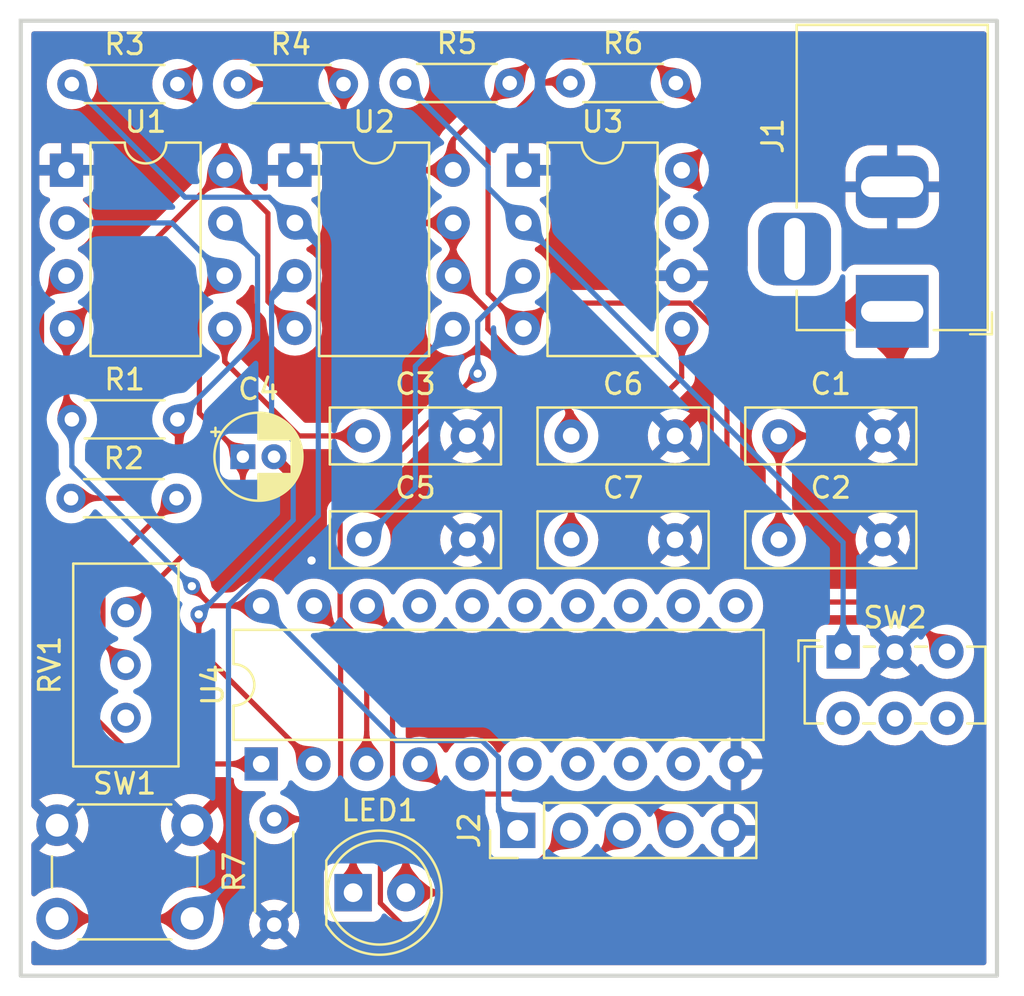
<source format=kicad_pcb>
(kicad_pcb (version 20211014) (generator pcbnew)
  (title_block (title "Clock Logic Board PCB") (date "2023-02-11") (company "Mush Labs"))
  (layers (0 "F.Cu" signal) (31 "B.Cu" signal) (34 "B.Paste" user) (35 "F.Paste" user) (36 "B.SilkS" user "B.Silkscreen") (37 "F.SilkS" user "F.Silkscreen") (38 "B.Mask" user) (39 "F.Mask" user) (44 "Edge.Cuts" user))
  (net 0 "")
  (net 1 "GND")
  (net 2 "Net-(C6-Pad1)")
  (net 3 "Net-(U1-Pad3)")
  (net 4 "VCC")
  (net 5 "Net-(C5-Pad1)")
  (net 6 "Net-(R1-Pad2)")
  (net 7 "Net-(R3-Pad1)")
  (net 8 "Net-(U2-Pad3)")
  (net 9 "Net-(C3-Pad1)")
  (net 10 "Net-(R5-Pad1)")
  (net 11 "Net-(U3-Pad3)")
  (net 12 "Net-(R6-Pad1)")
  (net 13 "Net-(C4-Pad1)")
  (net 15 "Net-(R2-Pad2)")
  (net 16 "CLK")
  (net 17 "Net-(C7-Pad1)")
  (net 18 "HLT")
  (net 19 "~{CLK}")
  (net 20 "Net-(LED1-Pad1)")
  (footprint "Capacitor_THT:C_Disc_D8.0mm_W2.5mm_P5.00mm" (layer "F.Cu") (at 164.5 102.2)
    (fp_text reference "C2")
    (fp_text value "0.1uF")
  )
  (footprint "Resistor_THT:R_Axial_DIN0204_L3.6mm_D1.6mm_P5.08mm_Horizontal" (layer "F.Cu") (at 130.42 100.2)
    (fp_text reference "R2")
    (fp_text value "1K")
  )
  (footprint "Capacitor_THT:C_Disc_D8.0mm_W2.5mm_P5.00mm" (layer "F.Cu") (at 144.5 102.2)
    (fp_text reference "C5")
    (fp_text value "0.1uF")
  )
  (footprint "Package_DIP:DIP-20_W7.62mm" (layer "F.Cu") (at 139.575 113 90)
    (fp_text reference "U4")
    (fp_text value "GAL16V8")
  )
  (footprint "Capacitor_THT:C_Disc_D8.0mm_W2.5mm_P5.00mm" (layer "F.Cu") (at 164.5 97.2)
    (fp_text reference "C1")
    (fp_text value "0.1uF")
  )
  (footprint "Resistor_THT:R_Axial_DIN0204_L3.6mm_D1.6mm_P5.08mm_Horizontal" (layer "F.Cu") (at 138.46 80.25)
    (fp_text reference "R4")
    (fp_text value "1M")
  )
  (footprint "Package_DIP:DIP-8_W7.62mm" (layer "F.Cu") (at 152.2 84.4)
    (fp_text reference "U3")
    (fp_text value "NE555P")
  )
  (footprint "Potentiometer_THT:Potentiometer_Bourns_3296W_Vertical" (layer "F.Cu") (at 133.055 105.695 90)
    (fp_text reference "RV1")
    (fp_text value "1M")
  )
  (footprint "Resistor_THT:R_Axial_DIN0204_L3.6mm_D1.6mm_P5.08mm_Horizontal" (layer "F.Cu") (at 146.46 80.2)
    (fp_text reference "R5")
    (fp_text value "1K")
  )
  (footprint "Button_Switch_THT:SW_PUSH_6mm" (layer "F.Cu") (at 129.75 115.95)
    (fp_text reference "SW1")
    (fp_text value "SW_Push")
  )
  (footprint "Resistor_THT:R_Axial_DIN0204_L3.6mm_D1.6mm_P5.08mm_Horizontal" (layer "F.Cu") (at 140.2 120.74 90)
    (fp_text reference "R7")
    (fp_text value "220")
  )
  (footprint "Resistor_THT:R_Axial_DIN0204_L3.6mm_D1.6mm_P5.08mm_Horizontal" (layer "F.Cu") (at 130.46 80.25)
    (fp_text reference "R3")
    (fp_text value "1K")
  )
  (footprint "Capacitor_THT:C_Disc_D8.0mm_W2.5mm_P5.00mm" (layer "F.Cu") (at 154.5 102.2)
    (fp_text reference "C7")
    (fp_text value "0.1uF")
  )
  (footprint "Resistor_THT:R_Axial_DIN0204_L3.6mm_D1.6mm_P5.08mm_Horizontal" (layer "F.Cu") (at 130.46 96.4)
    (fp_text reference "R1")
    (fp_text value "1K")
  )
  (footprint "Capacitor_THT:C_Disc_D8.0mm_W2.5mm_P5.00mm" (layer "F.Cu") (at 154.5 97.2)
    (fp_text reference "C6")
    (fp_text value "0.1uF")
  )
  (footprint "Package_DIP:DIP-8_W7.62mm" (layer "F.Cu") (at 141.2 84.4)
    (fp_text reference "U2")
    (fp_text value "NE555P")
  )
  (footprint "Package_DIP:DIP-8_W7.62mm" (layer "F.Cu") (at 130.2 84.4)
    (fp_text reference "U1")
    (fp_text value "NE555P")
  )
  (footprint "Resistor_THT:R_Axial_DIN0204_L3.6mm_D1.6mm_P5.08mm_Horizontal" (layer "F.Cu") (at 154.46 80.2)
    (fp_text reference "R6")
    (fp_text value "1K")
  )
  (footprint "Button_Switch_THT:SW_E-Switch_EG1271_DPDT" (layer "F.Cu") (at 167.5925 107.6)
    (fp_text reference "SW2")
    (fp_text value "SW_SPDT")
  )
  (footprint "Connector_BarrelJack:BarrelJack_Horizontal" (layer "F.Cu") (at 169.9575 91.2 -90)
    (fp_text reference "J1")
    (fp_text value "Barrel_Jack")
  )
  (footprint "LED_THT:LED_D5.0mm" (layer "F.Cu") (at 144 119.2)
    (fp_text reference "LED1")
    (fp_text value "BLUE")
  )
  (footprint "Connector_PinHeader_2.54mm:PinHeader_1x05_P2.54mm_Vertical" (layer "F.Cu") (at 151.925 116.2 90)
    (fp_text reference "J2")
    (fp_text value "Conn_01x05_Male")
  )
  (footprint "Capacitor_THT:CP_Radial_D4.0mm_P1.50mm" (layer "F.Cu") (at 138.692338 98.2)
    (fp_text reference "C4")
    (fp_text value "0.1uF")
  )
  (footprint "Capacitor_THT:C_Disc_D8.0mm_W2.5mm_P5.00mm" (layer "F.Cu") (at 144.5 97.2)
    (fp_text reference "C3")
    (fp_text value "0.1uF")
  )
  (gr_rect (start 128 77.2) (end 175 123.2) (layer "Edge.Cuts") (width 0.2) (fill none))
  (via (at 142 103.2) (size 0.8) (drill 0.4) (layers "F.Cu" "B.Cu") (net 1))
  (segment (start 140.249975 80.25) (end 146.939975 86.94) (width 0.25) (layer "F.Cu") (net 2))
  (segment (start 148.82 89.48) (end 150.486287 91.146287) (width 0.25) (layer "F.Cu") (net 2))
  (segment (start 150.486287 91.146287) (end 150.486287 92.054917) (width 0.25) (layer "F.Cu") (net 2))
  (segment (start 154.5 96.06863) (end 154.5 97.2) (width 0.25) (layer "F.Cu") (net 2))
  (segment (start 150.486287 92.054917) (end 154.5 96.06863) (width 0.25) (layer "F.Cu") (net 2))
  (segment (start 138.46 80.25) (end 140.249975 80.25) (width 0.25) (layer "F.Cu") (net 2))
  (segment (start 148.82 86.94) (end 148.82 89.48) (width 0.25) (layer "F.Cu") (net 2))
  (segment (start 146.939975 86.94) (end 148.82 86.94) (width 0.25) (layer "F.Cu") (net 2))
  (segment (start 129 108.197854) (end 133.802146 113) (width 0.25) (layer "F.Cu") (net 3))
  (segment (start 133.802146 113) (end 139.575 113) (width 0.25) (layer "F.Cu") (net 3))
  (segment (start 130.2 89.48) (end 129 90.68) (width 0.25) (layer "F.Cu") (net 3))
  (segment (start 129 90.68) (end 129 108.197854) (width 0.25) (layer "F.Cu") (net 3))
  (segment (start 162 86.58) (end 162 89.2) (width 0.25) (layer "F.Cu") (net 4))
  (segment (start 167 97.2) (end 169.9575 94.2425) (width 0.25) (layer "F.Cu") (net 4))
  (segment (start 143.54 80.25) (end 143.54 81.94) (width 0.25) (layer "F.Cu") (net 4))
  (segment (start 130.2 92.02) (end 137.82 84.4) (width 0.25) (layer "F.Cu") (net 4))
  (segment (start 162 89.2) (end 164 91.2) (width 0.25) (layer "F.Cu") (net 4))
  (segment (start 148.82 82.92) (end 148.82 84.4) (width 0.25) (layer "F.Cu") (net 4))
  (segment (start 136.84 78.95) (end 142.24 78.95) (width 0.25) (layer "F.Cu") (net 4))
  (segment (start 161 81.66) (end 161 83.22) (width 0.25) (layer "F.Cu") (net 4))
  (segment (start 130.2 96.14) (end 130.46 96.4) (width 0.25) (layer "F.Cu") (net 4))
  (segment (start 136.237299 104.437299) (end 137.18 105.38) (width 0.25) (layer "F.Cu") (net 4))
  (segment (start 164.5 97.2) (end 164.5 102.2) (width 0.25) (layer "F.Cu") (net 4))
  (segment (start 159.82 84.4) (end 162 86.58) (width 0.25) (layer "F.Cu") (net 4))
  (segment (start 146 84.4) (end 148.82 84.4) (width 0.25) (layer "F.Cu") (net 4))
  (segment (start 143.54 81.94) (end 146 84.4) (width 0.25) (layer "F.Cu") (net 4))
  (segment (start 135.54 80.25) (end 136.84 78.95) (width 0.25) (layer "F.Cu") (net 4))
  (segment (start 137.18 105.38) (end 139.575 105.38) (width 0.25) (layer "F.Cu") (net 4))
  (segment (start 161 83.22) (end 159.82 84.4) (width 0.25) (layer "F.Cu") (net 4))
  (segment (start 139.9 86.48) (end 139.9 90.72) (width 0.25) (layer "F.Cu") (net 4))
  (segment (start 164 91.2) (end 169.9575 91.2) (width 0.25) (layer "F.Cu") (net 4))
  (segment (start 137.82 82.53) (end 137.82 84.4) (width 0.25) (layer "F.Cu") (net 4))
  (segment (start 142.24 78.95) (end 143.54 80.25) (width 0.25) (layer "F.Cu") (net 4))
  (segment (start 135.54 80.25) (end 137.82 82.53) (width 0.25) (layer "F.Cu") (net 4))
  (segment (start 158.29 78.95) (end 159.54 80.2) (width 0.25) (layer "F.Cu") (net 4))
  (segment (start 130.2 92.02) (end 130.2 96.14) (width 0.25) (layer "F.Cu") (net 4))
  (segment (start 164.5 97.2) (end 167 97.2) (width 0.25) (layer "F.Cu") (net 4))
  (segment (start 139.9 90.72) (end 141.2 92.02) (width 0.25) (layer "F.Cu") (net 4))
  (segment (start 169.9575 94.2425) (end 169.9575 91.2) (width 0.25) (layer "F.Cu") (net 4))
  (segment (start 151.54 80.2) (end 152.79 78.95) (width 0.25) (layer "F.Cu") (net 4))
  (segment (start 137.82 84.4) (end 139.9 86.48) (width 0.25) (layer "F.Cu") (net 4))
  (segment (start 151.54 80.2) (end 148.82 82.92) (width 0.25) (layer "F.Cu") (net 4))
  (segment (start 159.54 80.2) (end 161 81.66) (width 0.25) (layer "F.Cu") (net 4))
  (segment (start 152.79 78.95) (end 158.29 78.95) (width 0.25) (layer "F.Cu") (net 4))
  (via (at 136.237299 104.437299) (size 0.8) (drill 0.4) (layers "F.Cu" "B.Cu") (net 4))
  (segment (start 146.07 111.875) (end 150.200991 111.875) (width 0.25) (layer "B.Cu") (net 4))
  (segment (start 151 115.275) (end 151.925 116.2) (width 0.25) (layer "B.Cu") (net 4))
  (segment (start 150.200991 111.875) (end 151 112.674009) (width 0.25) (layer "B.Cu") (net 4))
  (segment (start 130.46 96.4) (end 130.46 98.66) (width 0.25) (layer "B.Cu") (net 4))
  (segment (start 139.575 105.38) (end 146.07 111.875) (width 0.25) (layer "B.Cu") (net 4))
  (segment (start 151 112.674009) (end 151 115.275) (width 0.25) (layer "B.Cu") (net 4))
  (segment (start 130.46 98.66) (end 136.237299 104.437299) (width 0.25) (layer "B.Cu") (net 4))
  (segment (start 147 93.84) (end 147 99.7) (width 0.25) (layer "B.Cu") (net 5))
  (segment (start 148.82 92.02) (end 147 93.84) (width 0.25) (layer "B.Cu") (net 5))
  (segment (start 147 99.7) (end 144.5 102.2) (width 0.25) (layer "B.Cu") (net 5))
  (segment (start 133.125 100.2) (end 130.42 100.2) (width 0.25) (layer "F.Cu") (net 6))
  (segment (start 135.54 97.785) (end 133.125 100.2) (width 0.25) (layer "F.Cu") (net 6))
  (segment (start 135.54 96.4) (end 135.54 97.785) (width 0.25) (layer "F.Cu") (net 6))
  (segment (start 139.4 88.52) (end 139.4 92.54) (width 0.25) (layer "B.Cu") (net 6))
  (segment (start 139.4 92.54) (end 135.54 96.4) (width 0.25) (layer "B.Cu") (net 6))
  (segment (start 137.82 86.94) (end 139.4 88.52) (width 0.25) (layer "B.Cu") (net 6))
  (segment (start 129.75 120.45) (end 136.25 120.45) (width 0.25) (layer "F.Cu") (net 7))
  (segment (start 141.2 86.94) (end 142.325 88.065) (width 0.25) (layer "B.Cu") (net 7))
  (segment (start 135.91 85.7) (end 139.96 85.7) (width 0.25) (layer "B.Cu") (net 7))
  (segment (start 138 118.7) (end 136.25 120.45) (width 0.25) (layer "B.Cu") (net 7))
  (segment (start 139.96 85.7) (end 141.2 86.94) (width 0.25) (layer "B.Cu") (net 7))
  (segment (start 138 105.364009) (end 138 118.7) (width 0.25) (layer "B.Cu") (net 7))
  (segment (start 142.325 101.039009) (end 138 105.364009) (width 0.25) (layer "B.Cu") (net 7))
  (segment (start 130.46 80.25) (end 135.91 85.7) (width 0.25) (layer "B.Cu") (net 7))
  (segment (start 142.325 88.065) (end 142.325 101.039009) (width 0.25) (layer "B.Cu") (net 7))
  (segment (start 136.570599 105.795197) (end 136.570599 107.455599) (width 0.25) (layer "F.Cu") (net 8))
  (segment (start 136.570599 107.455599) (end 142.115 113) (width 0.25) (layer "F.Cu") (net 8))
  (via (at 136.570599 105.795197) (size 0.8) (drill 0.4) (layers "F.Cu" "B.Cu") (net 8))
  (segment (start 140.075 96.4) (end 141.117338 97.442338) (width 0.25) (layer "B.Cu") (net 8))
  (segment (start 140.075 90.605) (end 140.075 96.4) (width 0.25) (layer "B.Cu") (net 8))
  (segment (start 141.117338 97.442338) (end 141.117338 101.248458) (width 0.25) (layer "B.Cu") (net 8))
  (segment (start 141.2 89.48) (end 140.075 90.605) (width 0.25) (layer "B.Cu") (net 8))
  (segment (start 141.117338 101.248458) (end 136.570599 105.795197) (width 0.25) (layer "B.Cu") (net 8))
  (segment (start 137.82 93.62) (end 141.4 97.2) (width 0.25) (layer "F.Cu") (net 9))
  (segment (start 137.82 92.02) (end 137.82 93.62) (width 0.25) (layer "F.Cu") (net 9))
  (segment (start 141.4 97.2) (end 144.5 97.2) (width 0.25) (layer "F.Cu") (net 9))
  (segment (start 152.2 86.94) (end 167.5925 102.3325) (width 0.25) (layer "B.Cu") (net 10))
  (segment (start 150.5 84.24) (end 150.5 85.24) (width 0.25) (layer "B.Cu") (net 10))
  (segment (start 150.5 85.24) (end 152.2 86.94) (width 0.25) (layer "B.Cu") (net 10))
  (segment (start 167.5925 102.3325) (end 167.5925 107.6) (width 0.25) (layer "B.Cu") (net 10))
  (segment (start 146.46 80.2) (end 150.5 84.24) (width 0.25) (layer "B.Cu") (net 10))
  (segment (start 143.375 100.825) (end 150 94.2) (width 0.25) (layer "F.Cu") (net 11))
  (segment (start 144.655 113) (end 144.655 107.283604) (width 0.25) (layer "F.Cu") (net 11))
  (segment (start 143.375 106.003604) (end 143.375 100.825) (width 0.25) (layer "F.Cu") (net 11))
  (segment (start 144.655 107.283604) (end 143.375 106.003604) (width 0.25) (layer "F.Cu") (net 11))
  (via (at 150 94.2) (size 0.8) (drill 0.4) (layers "F.Cu" "B.Cu") (net 11))
  (segment (start 150 91.68) (end 150 94.2) (width 0.25) (layer "B.Cu") (net 11))
  (segment (start 152.2 89.48) (end 150 91.68) (width 0.25) (layer "B.Cu") (net 11))
  (segment (start 153.42 90.8) (end 160.190991 90.8) (width 0.25) (layer "F.Cu") (net 12))
  (segment (start 164.954504 105.2) (end 170.1925 105.2) (width 0.25) (layer "F.Cu") (net 12))
  (segment (start 150.5 90.32) (end 152.2 92.02) (width 0.25) (layer "F.Cu") (net 12))
  (segment (start 162 92.609009) (end 162 102.245496) (width 0.25) (layer "F.Cu") (net 12))
  (segment (start 153.2 80.2) (end 150.5 82.9) (width 0.25) (layer "F.Cu") (net 12))
  (segment (start 154.46 80.2) (end 153.2 80.2) (width 0.25) (layer "F.Cu") (net 12))
  (segment (start 170.1925 105.2) (end 172.5925 107.6) (width 0.25) (layer "F.Cu") (net 12))
  (segment (start 160.190991 90.8) (end 162 92.609009) (width 0.25) (layer "F.Cu") (net 12))
  (segment (start 152.2 92.02) (end 153.42 90.8) (width 0.25) (layer "F.Cu") (net 12))
  (segment (start 162 102.245496) (end 164.954504 105.2) (width 0.25) (layer "F.Cu") (net 12))
  (segment (start 150.5 82.9) (end 150.5 90.32) (width 0.25) (layer "F.Cu") (net 12))
  (segment (start 136.6 96.107662) (end 138.692338 98.2) (width 0.25) (layer "F.Cu") (net 13))
  (segment (start 136.6 90.7) (end 136.6 96.107662) (width 0.25) (layer "F.Cu") (net 13))
  (segment (start 138.692338 100.057662) (end 133 105.75) (width 0.25) (layer "F.Cu") (net 13))
  (segment (start 137.82 89.48) (end 136.6 90.7) (width 0.25) (layer "F.Cu") (net 13))
  (segment (start 138.692338 98.2) (end 138.692338 100.057662) (width 0.25) (layer "F.Cu") (net 13))
  (segment (start 135.28 86.94) (end 137.82 89.48) (width 0.25) (layer "B.Cu") (net 13))
  (segment (start 130.2 86.94) (end 135.28 86.94) (width 0.25) (layer "B.Cu") (net 13))
  (segment (start 131.955 107.135) (end 133.055 108.235) (width 0.25) (layer "F.Cu") (net 15))
  (segment (start 135.5 100.2) (end 131.955 103.745) (width 0.25) (layer "F.Cu") (net 15))
  (segment (start 131.955 103.745) (end 131.955 107.135) (width 0.25) (layer "F.Cu") (net 15))
  (segment (start 151.465 119.2) (end 146.54 119.2) (width 0.25) (layer "F.Cu") (net 16))
  (segment (start 154.465 116.2) (end 151.465 119.2) (width 0.25) (layer "F.Cu") (net 16))
  (segment (start 146.54 115.44) (end 146.54 119.2) (width 0.25) (layer "F.Cu") (net 16))
  (segment (start 145.9 106.625) (end 145.9 114.8) (width 0.25) (layer "F.Cu") (net 16))
  (segment (start 145.9 114.8) (end 146.54 115.44) (width 0.25) (layer "F.Cu") (net 16))
  (segment (start 144.655 105.38) (end 145.9 106.625) (width 0.25) (layer "F.Cu") (net 16))
  (segment (start 159.82 94.38) (end 154.5 99.7) (width 0.25) (layer "F.Cu") (net 17))
  (segment (start 154.5 99.7) (end 154.5 102.2) (width 0.25) (layer "F.Cu") (net 17))
  (segment (start 159.82 92.02) (end 159.82 94.38) (width 0.25) (layer "F.Cu") (net 17))
  (segment (start 147.195 113) (end 148.645 114.45) (width 0.25) (layer "F.Cu") (net 18))
  (segment (start 157.795 114.45) (end 159.545 116.2) (width 0.25) (layer "F.Cu") (net 18))
  (segment (start 148.645 114.45) (end 157.795 114.45) (width 0.25) (layer "F.Cu") (net 18))
  (segment (start 145.315 116.715) (end 145.315 119.707412) (width 0.25) (layer "F.Cu") (net 19))
  (segment (start 142.115 105.38) (end 143.4 106.665) (width 0.25) (layer "F.Cu") (net 19))
  (segment (start 143.4 106.665) (end 143.4 114.8) (width 0.25) (layer "F.Cu") (net 19))
  (segment (start 146.507588 120.9) (end 152.305 120.9) (width 0.25) (layer "F.Cu") (net 19))
  (segment (start 143.4 114.8) (end 145.315 116.715) (width 0.25) (layer "F.Cu") (net 19))
  (segment (start 152.305 120.9) (end 157.005 116.2) (width 0.25) (layer "F.Cu") (net 19))
  (segment (start 145.315 119.707412) (end 146.507588 120.9) (width 0.25) (layer "F.Cu") (net 19))
  (segment (start 142.46 115.66) (end 144 117.2) (width 0.25) (layer "F.Cu") (net 20))
  (segment (start 144 117.2) (end 144 119.2) (width 0.25) (layer "F.Cu") (net 20))
  (segment (start 140.2 115.66) (end 142.46 115.66) (width 0.25) (layer "F.Cu") (net 20))
  (zone (net 16) (net_name "CLK") (layer "F.Cu") (priority 16962) (connect_pads yes (clearance 0)) (min_thickness 0.0254) (fill yes (thermal_gap 0.508) (thermal_bridge_width 0.508))
    (polygon (pts (xy 153.358379 117.483398) (xy 153.506659 117.349686) (xy 153.64288 117.254721) (xy 153.770754 117.191109) (xy 153.893993 117.151461) (xy 154.016308 117.128386) (xy 154.141411 117.114492) (xy 154.273015 117.10239) (xy 154.414832 117.084689) (xy 154.570572 117.053997) (xy 154.743949 117.002924) (xy 154.76552 115.89948) (xy 153.662076 115.921051) (xy 153.611002 116.094427) (xy 153.58031 116.250167) (xy 153.562609 116.391984) (xy 153.550507 116.523588) (xy 153.536613 116.648691) (xy 153.513538 116.771006) (xy 153.47389 116.894245) (xy 153.410278 117.022119) (xy 153.315313 117.15834) (xy 153.181602 117.306621)))
  )
  (zone (net 4) (net_name "VCC") (layer "F.Cu") (priority 16962) (connect_pads yes (clearance 0)) (min_thickness 0.0254) (fill yes (thermal_gap 0.508) (thermal_bridge_width 0.508))
    (polygon (pts (xy 139.032687 85.435911) (xy 138.907004 85.296765) (xy 138.81739 85.169005) (xy 138.756982 85.049135) (xy 138.718922 84.933662) (xy 138.696349 84.819091) (xy 138.682404 84.701927) (xy 138.670225 84.578676) (xy 138.652954 84.445844) (xy 138.62373 84.299937) (xy 138.575693 84.13746) (xy 137.537158 84.117158) (xy 137.55746 85.155693) (xy 137.719937 85.20373) (xy 137.865844 85.232954) (xy 137.998676 85.250225) (xy 138.121927 85.262404) (xy 138.239091 85.276349) (xy 138.353662 85.298922) (xy 138.469135 85.336982) (xy 138.589005 85.39739) (xy 138.716765 85.487004) (xy 138.855911 85.612687)))
  )
  (zone (net 16) (net_name "CLK") (layer "F.Cu") (priority 16962) (connect_pads yes (clearance 0)) (min_thickness 0.0254) (fill yes (thermal_gap 0.508) (thermal_bridge_width 0.508))
    (polygon (pts (xy 145.867687 106.415911) (xy 145.742004 106.276765) (xy 145.65239 106.149005) (xy 145.591982 106.029135) (xy 145.553922 105.913662) (xy 145.531349 105.799091) (xy 145.517404 105.681927) (xy 145.505225 105.558676) (xy 145.487954 105.425844) (xy 145.45873 105.279937) (xy 145.410693 105.11746) (xy 144.372158 105.097158) (xy 144.39246 106.135693) (xy 144.554937 106.18373) (xy 144.700844 106.212954) (xy 144.833676 106.230225) (xy 144.956927 106.242404) (xy 145.074091 106.256349) (xy 145.188662 106.278922) (xy 145.304135 106.316982) (xy 145.424005 106.37739) (xy 145.551765 106.467004) (xy 145.690911 106.592687)))
  )
  (zone (net 3) (net_name "Net-(U1-Pad3)") (layer "F.Cu") (priority 16962) (connect_pads yes (clearance 0)) (min_thickness 0.0254) (fill yes (thermal_gap 0.508) (thermal_bridge_width 0.508))
    (polygon (pts (xy 129.164089 90.692687) (xy 129.303234 90.567004) (xy 129.430994 90.47739) (xy 129.550864 90.416982) (xy 129.666337 90.378922) (xy 129.780908 90.356349) (xy 129.898072 90.342404) (xy 130.021323 90.330225) (xy 130.154155 90.312954) (xy 130.300062 90.28373) (xy 130.46254 90.235693) (xy 130.482842 89.197158) (xy 129.444307 89.21746) (xy 129.396269 89.379937) (xy 129.367045 89.525844) (xy 129.349774 89.658676) (xy 129.337595 89.781927) (xy 129.32365 89.899091) (xy 129.301077 90.013662) (xy 129.263017 90.129135) (xy 129.202609 90.249005) (xy 129.112995 90.376765) (xy 128.987313 90.515911)))
  )
  (zone (net 2) (net_name "Net-(C6-Pad1)") (layer "F.Cu") (priority 16962) (connect_pads yes (clearance 0)) (min_thickness 0.0254) (fill yes (thermal_gap 0.508) (thermal_bridge_width 0.508))
    (polygon (pts (xy 154.080241 95.825647) (xy 154.169191 95.934733) (xy 154.213815 96.036707) (xy 154.220818 96.133692) (xy 154.19691 96.227812) (xy 154.1488 96.32119) (xy 154.083195 96.41595) (xy 154.006804 96.514216) (xy 153.926336 96.618112) (xy 153.848498 96.729762) (xy 153.78 96.851289) (xy 154.5 97.6) (xy 155.065685 96.634315) (xy 154.958671 96.522351) (xy 154.872293 96.422539) (xy 154.800993 96.331439) (xy 154.739209 96.245613) (xy 154.681382 96.161624) (xy 154.621952 96.076032) (xy 154.555361 95.985399) (xy 154.476048 95.886286) (xy 154.378453 95.775256) (xy 154.257017 95.648871)))
  )
  (zone (net 4) (net_name "VCC") (layer "F.Cu") (priority 16962) (connect_pads yes (clearance 0)) (min_thickness 0.0254) (fill yes (thermal_gap 0.508) (thermal_bridge_width 0.508))
    (polygon (pts (xy 166.09 97.075) (xy 165.902738 97.06548) (xy 165.749031 97.038507) (xy 165.621555 96.996461) (xy 165.512991 96.941721) (xy 165.416015 96.876668) (xy 165.323306 96.803682) (xy 165.227543 96.725142) (xy 165.121404 96.643428) (xy 164.997567 96.560921) (xy 164.848711 96.48) (xy 164.1 97.2) (xy 164.848711 97.92) (xy 164.997567 97.839078) (xy 165.121404 97.756571) (xy 165.227543 97.674857) (xy 165.323306 97.596317) (xy 165.416015 97.523331) (xy 165.512991 97.458278) (xy 165.621555 97.403538) (xy 165.749031 97.361492) (xy 165.902738 97.334519) (xy 166.09 97.325)))
  )
  (zone (net 2) (net_name "Net-(C6-Pad1)") (layer "F.Cu") (priority 16962) (connect_pads yes (clearance 0)) (min_thickness 0.0254) (fill yes (thermal_gap 0.508) (thermal_bridge_width 0.508))
    (polygon (pts (xy 148.695 87.89) (xy 148.68548 88.077261) (xy 148.658507 88.230968) (xy 148.616461 88.358444) (xy 148.561721 88.467008) (xy 148.496668 88.563984) (xy 148.423682 88.656693) (xy 148.345142 88.752456) (xy 148.263428 88.858595) (xy 148.180921 88.982432) (xy 148.1 89.131289) (xy 148.82 89.88) (xy 149.54 89.131289) (xy 149.459078 88.982432) (xy 149.376571 88.858595) (xy 149.294857 88.752456) (xy 149.216317 88.656693) (xy 149.143331 88.563984) (xy 149.078278 88.467008) (xy 149.023538 88.358444) (xy 148.981492 88.230968) (xy 148.954519 88.077261) (xy 148.945 87.89)))
  )
  (zone (net 4) (net_name "VCC") (layer "F.Cu") (priority 16962) (connect_pads yes (clearance 0)) (min_thickness 0.0254) (fill yes (thermal_gap 0.508) (thermal_bridge_width 0.508))
    (polygon (pts (xy 160.855911 83.187313) (xy 160.716765 83.312995) (xy 160.589005 83.402609) (xy 160.469135 83.463017) (xy 160.353662 83.501077) (xy 160.239091 83.52365) (xy 160.121927 83.537595) (xy 159.998676 83.549774) (xy 159.865844 83.567045) (xy 159.719937 83.596269) (xy 159.55746 83.644307) (xy 159.537158 84.682842) (xy 160.575693 84.66254) (xy 160.62373 84.500062) (xy 160.652954 84.354155) (xy 160.670225 84.221323) (xy 160.682404 84.098072) (xy 160.696349 83.980908) (xy 160.718922 83.866337) (xy 160.756982 83.750864) (xy 160.81739 83.630994) (xy 160.907004 83.503234) (xy 161.032687 83.364089)))
  )
  (zone (net 15) (net_name "Net-(R2-Pad2)") (layer "F.Cu") (priority 16962) (connect_pads yes (clearance 0)) (min_thickness 0.0254) (fill yes (thermal_gap 0.508) (thermal_bridge_width 0.508))
    (polygon (pts (xy 131.95545 107.312227) (xy 132.068291 107.436762) (xy 132.149348 107.550988) (xy 132.20463 107.658053) (xy 132.24015 107.761102) (xy 132.261917 107.863282) (xy 132.275945 107.96774) (xy 132.288243 108.077623) (xy 132.304823 108.196077) (xy 132.331697 108.326249) (xy 132.374876 108.471286) (xy 133.309558 108.489558) (xy 133.291286 107.554876) (xy 133.146249 107.511697) (xy 133.016077 107.484823) (xy 132.897623 107.468243) (xy 132.78774 107.455945) (xy 132.683282 107.441917) (xy 132.581102 107.42015) (xy 132.478053 107.38463) (xy 132.370988 107.329348) (xy 132.256762 107.248291) (xy 132.132227 107.13545)))
  )
  (zone (net 4) (net_name "VCC") (layer "F.Cu") (priority 16962) (connect_pads yes (clearance 0)) (min_thickness 0.0254) (fill yes (thermal_gap 0.508) (thermal_bridge_width 0.508))
    (polygon (pts (xy 136.611266 81.144489) (xy 136.501632 81.023604) (xy 136.422714 80.91276) (xy 136.368713 80.808897) (xy 136.333828 80.708954) (xy 136.312262 80.609871) (xy 136.298214 80.50859) (xy 136.285887 80.40205) (xy 136.26948 80.287191) (xy 136.243194 80.160953) (xy 136.201231 80.020278) (xy 135.292513 80.002513) (xy 135.310278 80.911231) (xy 135.450953 80.953194) (xy 135.577191 80.97948) (xy 135.69205 80.995887) (xy 135.79859 81.008214) (xy 135.899871 81.022262) (xy 135.998954 81.043828) (xy 136.098897 81.078713) (xy 136.20276 81.132714) (xy 136.313604 81.211632) (xy 136.434489 81.321266)))
  )
  (zone (net 7) (net_name "Net-(R3-Pad1)") (layer "F.Cu") (priority 16962) (connect_pads yes (clearance 0)) (min_thickness 0.0254) (fill yes (thermal_gap 0.508) (thermal_bridge_width 0.508))
    (polygon (pts (xy 134.26 120.575) (xy 134.495827 120.587648) (xy 134.688612 120.623417) (xy 134.847794 120.67904) (xy 134.982813 120.751252) (xy 135.103109 120.836787) (xy 135.21812 120.932379) (xy 135.337287 121.034762) (xy 135.470047 121.14067) (xy 135.625842 121.246838) (xy 135.814111 121.35) (xy 136.75 120.45) (xy 135.814111 119.55) (xy 135.625842 119.653161) (xy 135.470047 119.759329) (xy 135.337287 119.865237) (xy 135.21812 119.96762) (xy 135.103109 120.063212) (xy 134.982813 120.148747) (xy 134.847794 120.220959) (xy 134.688612 120.276582) (xy 134.495827 120.312351) (xy 134.26 120.325)))
  )
  (zone (net 1) (net_name "GND") (layer "F.Cu") (connect_pads (clearance 0.508)) (min_thickness 0.254) (fill yes (thermal_gap 0.508) (thermal_bridge_width 0.508))
    (polygon (pts (xy 176 124.2) (xy 127 124.2) (xy 127 76.2) (xy 176 76.2)))
  )
  (zone (net 7) (net_name "Net-(R3-Pad1)") (layer "F.Cu") (priority 16962) (connect_pads yes (clearance 0)) (min_thickness 0.0254) (fill yes (thermal_gap 0.508) (thermal_bridge_width 0.508))
    (polygon (pts (xy 131.74 120.325) (xy 131.504172 120.312351) (xy 131.311387 120.276582) (xy 131.152205 120.220959) (xy 131.017186 120.148747) (xy 130.89689 120.063212) (xy 130.781879 119.96762) (xy 130.662712 119.865237) (xy 130.529952 119.759329) (xy 130.374157 119.653161) (xy 130.185889 119.55) (xy 129.25 120.45) (xy 130.185889 121.35) (xy 130.374157 121.246838) (xy 130.529952 121.14067) (xy 130.662712 121.034762) (xy 130.781879 120.932379) (xy 130.89689 120.836787) (xy 131.017186 120.751252) (xy 131.152205 120.67904) (xy 131.311387 120.623417) (xy 131.504172 120.587648) (xy 131.74 120.575)))
  )
  (zone (net 4) (net_name "VCC") (layer "F.Cu") (priority 16962) (connect_pads yes (clearance 0)) (min_thickness 0.0254) (fill yes (thermal_gap 0.508) (thermal_bridge_width 0.508))
    (polygon (pts (xy 130.075 95.05) (xy 130.067346 95.233146) (xy 130.046394 95.385881) (xy 130.015159 95.515184) (xy 129.976654 95.628038) (xy 129.933893 95.731424) (xy 129.88989 95.832323) (xy 129.847659 95.937716) (xy 129.810215 96.054585) (xy 129.78057 96.189911) (xy 129.76174 96.350677) (xy 130.589986 96.724966) (xy 130.93162 95.882725) (xy 130.833395 95.799247) (xy 130.740153 95.728526) (xy 130.653155 95.665793) (xy 130.573664 95.606283) (xy 130.50294 95.54523) (xy 130.442246 95.477867) (xy 130.392843 95.399429) (xy 130.355993 95.305149) (xy 130.332958 95.190261) (xy 130.325 95.05)))
  )
  (zone (net 11) (net_name "Net-(U3-Pad3)") (layer "F.Cu") (priority 16962) (connect_pads yes (clearance 0)) (min_thickness 0.0254) (fill yes (thermal_gap 0.508) (thermal_bridge_width 0.508))
    (polygon (pts (xy 144.53 111.41) (xy 144.52048 111.597261) (xy 144.493507 111.750968) (xy 144.451461 111.878444) (xy 144.396721 111.987008) (xy 144.331668 112.083984) (xy 144.258682 112.176693) (xy 144.180142 112.272456) (xy 144.098428 112.378595) (xy 144.015921 112.502432) (xy 143.935 112.651289) (xy 144.655 113.4) (xy 145.375 112.651289) (xy 145.294078 112.502432) (xy 145.211571 112.378595) (xy 145.129857 112.272456) (xy 145.051317 112.176693) (xy 144.978331 112.083984) (xy 144.913278 111.987008) (xy 144.858538 111.878444) (xy 144.816492 111.750968) (xy 144.789519 111.597261) (xy 144.78 111.41)))
  )
  (zone (net 13) (net_name "Net-(C4-Pad1)") (layer "F.Cu") (priority 16962) (connect_pads yes (clearance 0)) (min_thickness 0.0254) (fill yes (thermal_gap 0.508) (thermal_bridge_width 0.508))
    (polygon (pts (xy 136.784089 90.692687) (xy 136.923234 90.567004) (xy 137.050994 90.47739) (xy 137.170864 90.416982) (xy 137.286337 90.378922) (xy 137.400908 90.356349) (xy 137.518072 90.342404) (xy 137.641323 90.330225) (xy 137.774155 90.312954) (xy 137.920062 90.28373) (xy 138.08254 90.235693) (xy 138.102842 89.197158) (xy 137.064307 89.21746) (xy 137.016269 89.379937) (xy 136.987045 89.525844) (xy 136.969774 89.658676) (xy 136.957595 89.781927) (xy 136.94365 89.899091) (xy 136.921077 90.013662) (xy 136.883017 90.129135) (xy 136.822609 90.249005) (xy 136.732995 90.376765) (xy 136.607313 90.515911)))
  )
  (zone (net 4) (net_name "VCC") (layer "F.Cu") (priority 16962) (connect_pads yes (clearance 0)) (min_thickness 0.0254) (fill yes (thermal_gap 0.508) (thermal_bridge_width 0.508))
    (polygon (pts (xy 150.645511 81.271266) (xy 150.766395 81.161632) (xy 150.877239 81.082714) (xy 150.981102 81.028713) (xy 151.081045 80.993828) (xy 151.180128 80.972262) (xy 151.281409 80.958214) (xy 151.387949 80.945887) (xy 151.502808 80.92948) (xy 151.629046 80.903194) (xy 151.769722 80.861231) (xy 151.787487 79.952513) (xy 150.878769 79.970278) (xy 150.836805 80.110953) (xy 150.810519 80.237191) (xy 150.794112 80.35205) (xy 150.781785 80.45859) (xy 150.767737 80.559871) (xy 150.746171 80.658954) (xy 150.711286 80.758897) (xy 150.657285 80.86276) (xy 150.578367 80.973604) (xy 150.468734 81.094489)))
  )
  (zone (net 17) (net_name "Net-(C7-Pad1)") (layer "F.Cu") (priority 16962) (connect_pads yes (clearance 0)) (min_thickness 0.0254) (fill yes (thermal_gap 0.508) (thermal_bridge_width 0.508))
    (polygon (pts (xy 154.375 100.61) (xy 154.36548 100.797261) (xy 154.338507 100.950968) (xy 154.296461 101.078444) (xy 154.241721 101.187008) (xy 154.176668 101.283984) (xy 154.103682 101.376693) (xy 154.025142 101.472456) (xy 153.943428 101.578595) (xy 153.860921 101.702432) (xy 153.78 101.851289) (xy 154.5 102.6) (xy 155.22 101.851289) (xy 155.139078 101.702432) (xy 155.056571 101.578595) (xy 154.974857 101.472456) (xy 154.896317 101.376693) (xy 154.823331 101.283984) (xy 154.758278 101.187008) (xy 154.703538 101.078444) (xy 154.661492 100.950968) (xy 154.634519 100.797261) (xy 154.625 100.61)))
  )
  (zone (net 4) (net_name "VCC") (layer "F.Cu") (priority 16962) (connect_pads yes (clearance 0)) (min_thickness 0.0254) (fill yes (thermal_gap 0.508) (thermal_bridge_width 0.508))
    (polygon (pts (xy 161.032687 85.435911) (xy 160.907004 85.296765) (xy 160.81739 85.169005) (xy 160.756982 85.049135) (xy 160.718922 84.933662) (xy 160.696349 84.819091) (xy 160.682404 84.701927) (xy 160.670225 84.578676) (xy 160.652954 84.445844) (xy 160.62373 84.299937) (xy 160.575693 84.13746) (xy 159.537158 84.117158) (xy 159.55746 85.155693) (xy 159.719937 85.20373) (xy 159.865844 85.232954) (xy 159.998676 85.250225) (xy 160.121927 85.262404) (xy 160.239091 85.276349) (xy 160.353662 85.298922) (xy 160.469135 85.336982) (xy 160.589005 85.39739) (xy 160.716765 85.487004) (xy 160.855911 85.612687)))
  )
  (zone (net 4) (net_name "VCC") (layer "F.Cu") (priority 16962) (connect_pads yes (clearance 0)) (min_thickness 0.0254) (fill yes (thermal_gap 0.508) (thermal_bridge_width 0.508))
    (polygon (pts (xy 136.434489 79.178734) (xy 136.313604 79.288367) (xy 136.20276 79.367285) (xy 136.098897 79.421286) (xy 135.998954 79.456171) (xy 135.899871 79.477737) (xy 135.79859 79.491785) (xy 135.69205 79.504112) (xy 135.577191 79.520519) (xy 135.450953 79.546805) (xy 135.310278 79.588769) (xy 135.292513 80.497487) (xy 136.201231 80.479722) (xy 136.243194 80.339046) (xy 136.26948 80.212808) (xy 136.285887 80.097949) (xy 136.298214 79.991409) (xy 136.312262 79.890128) (xy 136.333828 79.791045) (xy 136.368713 79.691102) (xy 136.422714 79.587239) (xy 136.501632 79.476395) (xy 136.611266 79.355511)))
  )
  (zone (net 4) (net_name "VCC") (layer "F.Cu") (priority 16962) (connect_pads yes (clearance 0)) (min_thickness 0.0254) (fill yes (thermal_gap 0.508) (thermal_bridge_width 0.508))
    (polygon (pts (xy 131.235911 90.807313) (xy 131.096765 90.932995) (xy 130.969005 91.022609) (xy 130.849135 91.083017) (xy 130.733662 91.121077) (xy 130.619091 91.14365) (xy 130.501927 91.157595) (xy 130.378676 91.169774) (xy 130.245844 91.187045) (xy 130.099937 91.216269) (xy 129.93746 91.264307) (xy 129.917158 92.302842) (xy 130.955693 92.28254) (xy 131.00373 92.120062) (xy 131.032954 91.974155) (xy 131.050225 91.841323) (xy 131.062404 91.718072) (xy 131.076349 91.600908) (xy 131.098922 91.486337) (xy 131.136982 91.370864) (xy 131.19739 91.250994) (xy 131.287004 91.123234) (xy 131.412687 90.984089)))
  )
  (zone (net 19) (net_name "~{CLK}") (layer "F.Cu") (priority 16962) (connect_pads yes (clearance 0)) (min_thickness 0.0254) (fill yes (thermal_gap 0.508) (thermal_bridge_width 0.508))
    (polygon (pts (xy 155.898379 117.483398) (xy 156.046659 117.349686) (xy 156.18288 117.254721) (xy 156.310754 117.191109) (xy 156.433993 117.151461) (xy 156.556308 117.128386) (xy 156.681411 117.114492) (xy 156.813015 117.10239) (xy 156.954832 117.084689) (xy 157.110572 117.053997) (xy 157.283949 117.002924) (xy 157.30552 115.89948) (xy 156.202076 115.921051) (xy 156.151002 116.094427) (xy 156.12031 116.250167) (xy 156.102609 116.391984) (xy 156.090507 116.523588) (xy 156.076613 116.648691) (xy 156.053538 116.771006) (xy 156.01389 116.894245) (xy 155.950278 117.022119) (xy 155.855313 117.15834) (xy 155.721602 117.306621)))
  )
  (zone (net 8) (net_name "Net-(U2-Pad3)") (layer "F.Cu") (priority 16962) (connect_pads yes (clearance 0)) (min_thickness 0.0254) (fill yes (thermal_gap 0.508) (thermal_bridge_width 0.508))
    (polygon (pts (xy 136.695599 106.585197) (xy 136.698865 106.494735) (xy 136.708257 106.418974) (xy 136.723163 106.354807) (xy 136.742973 106.299132) (xy 136.767075 106.248844) (xy 136.79486 106.200837) (xy 136.825715 106.152009) (xy 136.859031 106.099255) (xy 136.894195 106.039471) (xy 136.930599 105.969552) (xy 136.570599 105.595197) (xy 136.210599 105.969552) (xy 136.247002 106.039471) (xy 136.282166 106.099255) (xy 136.315482 106.152009) (xy 136.346337 106.200837) (xy 136.374122 106.248844) (xy 136.398224 106.299132) (xy 136.418034 106.354807) (xy 136.43294 106.418974) (xy 136.442332 106.494735) (xy 136.445599 106.585197)))
  )
  (zone (net 9) (net_name "Net-(C3-Pad1)") (layer "F.Cu") (priority 16962) (connect_pads yes (clearance 0)) (min_thickness 0.0254) (fill yes (thermal_gap 0.508) (thermal_bridge_width 0.508))
    (polygon (pts (xy 137.945 93.61) (xy 137.954519 93.422738) (xy 137.981492 93.269031) (xy 138.023538 93.141555) (xy 138.078278 93.032991) (xy 138.143331 92.936015) (xy 138.216317 92.843306) (xy 138.294857 92.747543) (xy 138.376571 92.641404) (xy 138.459078 92.517567) (xy 138.54 92.368711) (xy 137.82 91.62) (xy 137.1 92.368711) (xy 137.180921 92.517567) (xy 137.263428 92.641404) (xy 137.345142 92.747543) (xy 137.423682 92.843306) (xy 137.496668 92.936015) (xy 137.561721 93.032991) (xy 137.616461 93.141555) (xy 137.658507 93.269031) (xy 137.68548 93.422738) (xy 137.695 93.61)))
  )
  (zone (net 13) (net_name "Net-(C4-Pad1)") (layer "F.Cu") (priority 16962) (connect_pads yes (clearance 0)) (min_thickness 0.0254) (fill yes (thermal_gap 0.508) (thermal_bridge_width 0.508))
    (polygon (pts (xy 138.817338 99.39) (xy 138.823729 99.251233) (xy 138.841907 99.136561) (xy 138.870378 99.040773) (xy 138.907646 98.958662) (xy 138.952219 98.885019) (xy 139.002601 98.814636) (xy 139.057298 98.742305) (xy 139.114816 98.662816) (xy 139.173661 98.570961) (xy 139.232338 98.461533) (xy 138.692338 97.9) (xy 138.152338 98.461533) (xy 138.211014 98.570961) (xy 138.269859 98.662816) (xy 138.327377 98.742305) (xy 138.382074 98.814636) (xy 138.432456 98.885019) (xy 138.477029 98.958662) (xy 138.514297 99.040773) (xy 138.542768 99.136561) (xy 138.560946 99.251233) (xy 138.567338 99.39)))
  )
  (zone (net 2) (net_name "Net-(C6-Pad1)") (layer "F.Cu") (priority 16962) (connect_pads yes (clearance 0)) (min_thickness 0.0254) (fill yes (thermal_gap 0.508) (thermal_bridge_width 0.508))
    (polygon (pts (xy 147.23 87.065) (xy 147.417261 87.074519) (xy 147.570968 87.101492) (xy 147.698444 87.143538) (xy 147.807008 87.198278) (xy 147.903984 87.263331) (xy 147.996693 87.336317) (xy 148.092456 87.414857) (xy 148.198595 87.496571) (xy 148.322432 87.579078) (xy 148.471289 87.66) (xy 149.22 86.94) (xy 148.471289 86.22) (xy 148.322432 86.300921) (xy 148.198595 86.383428) (xy 148.092456 86.465142) (xy 147.996693 86.543682) (xy 147.903984 86.616668) (xy 147.807008 86.681721) (xy 147.698444 86.736461) (xy 147.570968 86.778507) (xy 147.417261 86.80548) (xy 147.23 86.815)))
  )
  (zone (net 4) (net_name "VCC") (layer "F.Cu") (priority 16962) (connect_pads yes (clearance 0)) (min_thickness 0.0254) (fill yes (thermal_gap 0.508) (thermal_bridge_width 0.508))
    (polygon (pts (xy 148.816465 82.746759) (xy 148.705846 82.872088) (xy 148.628419 82.989446) (xy 148.576269 83.100441) (xy 148.541485 83.206681) (xy 148.516152 83.309774) (xy 148.492359 83.411328) (xy 148.462191 83.51295) (xy 148.417736 83.61625) (xy 148.351082 83.722836) (xy 148.254315 83.834315) (xy 148.82 84.8) (xy 149.54 84.051289) (xy 149.454217 83.910869) (xy 149.348139 83.785637) (xy 149.231969 83.672201) (xy 149.115909 83.567168) (xy 149.010162 83.467149) (xy 148.924932 83.36875) (xy 148.870422 83.268581) (xy 148.856834 83.163249) (xy 148.894373 83.049365) (xy 148.993241 82.923535)))
  )
  (zone (net 4) (net_name "VCC") (layer "F.Cu") (priority 16962) (connect_pads yes (clearance 0)) (min_thickness 0.0254) (fill yes (thermal_gap 0.508) (thermal_bridge_width 0.508))
    (polygon (pts (xy 139.987313 90.984089) (xy 140.112995 91.123234) (xy 140.202609 91.250994) (xy 140.263017 91.370864) (xy 140.301077 91.486337) (xy 140.32365 91.600908) (xy 140.337595 91.718072) (xy 140.349774 91.841323) (xy 140.367045 91.974155) (xy 140.396269 92.120062) (xy 140.444307 92.28254) (xy 141.482842 92.302842) (xy 141.46254 91.264307) (xy 141.300062 91.216269) (xy 141.154155 91.187045) (xy 141.021323 91.169774) (xy 140.898072 91.157595) (xy 140.780908 91.14365) (xy 140.666337 91.121077) (xy 140.550864 91.083017) (xy 140.430994 91.022609) (xy 140.303234 90.932995) (xy 140.164089 90.807313)))
  )
  (zone (net 4) (net_name "VCC") (layer "F.Cu") (priority 16962) (connect_pads yes (clearance 0)) (min_thickness 0.0254) (fill yes (thermal_gap 0.508) (thermal_bridge_width 0.508))
    (polygon (pts (xy 137.695 82.81) (xy 137.68548 82.997261) (xy 137.658507 83.150968) (xy 137.616461 83.278444) (xy 137.561721 83.387008) (xy 137.496668 83.483984) (xy 137.423682 83.576693) (xy 137.345142 83.672456) (xy 137.263428 83.778595) (xy 137.180921 83.902432) (xy 137.1 84.051289) (xy 137.82 84.8) (xy 138.54 84.051289) (xy 138.459078 83.902432) (xy 138.376571 83.778595) (xy 138.294857 83.672456) (xy 138.216317 83.576693) (xy 138.143331 83.483984) (xy 138.078278 83.387008) (xy 138.023538 83.278444) (xy 137.981492 83.150968) (xy 137.954519 82.997261) (xy 137.945 82.81)))
  )
  (zone (net 20) (net_name "Net-(LED1-Pad1)") (layer "F.Cu") (priority 16962) (connect_pads yes (clearance 0)) (min_thickness 0.0254) (fill yes (thermal_gap 0.508) (thermal_bridge_width 0.508))
    (polygon (pts (xy 141.59 115.535) (xy 141.426999 115.527044) (xy 141.292816 115.504469) (xy 141.181189 115.469211) (xy 141.085851 115.423207) (xy 141.00054 115.368395) (xy 140.91899 115.306711) (xy 140.834937 115.240092) (xy 140.742118 115.170476) (xy 140.634267 115.0998) (xy 140.505122 115.03) (xy 139.85 115.66) (xy 140.505122 116.29) (xy 140.634267 116.220199) (xy 140.742118 116.149523) (xy 140.834937 116.079907) (xy 140.91899 116.013288) (xy 141.00054 115.951604) (xy 141.085851 115.896792) (xy 141.181189 115.850788) (xy 141.292816 115.81553) (xy 141.426999 115.792955) (xy 141.59 115.785)))
  )
  (zone (net 4) (net_name "VCC") (layer "F.Cu") (priority 16962) (connect_pads yes (clearance 0)) (min_thickness 0.0254) (fill yes (thermal_gap 0.508) (thermal_bridge_width 0.508))
    (polygon (pts (xy 143.665 81.64) (xy 143.672955 81.476999) (xy 143.69553 81.342816) (xy 143.730788 81.231189) (xy 143.776792 81.135851) (xy 143.831604 81.05054) (xy 143.893288 80.96899) (xy 143.959907 80.884937) (xy 144.029523 80.792118) (xy 144.100199 80.684267) (xy 144.17 80.555122) (xy 143.54 79.9) (xy 142.91 80.555122) (xy 142.9798 80.684267) (xy 143.050476 80.792118) (xy 143.120092 80.884937) (xy 143.186711 80.96899) (xy 143.248395 81.05054) (xy 143.303207 81.135851) (xy 143.349211 81.231189) (xy 143.384469 81.342816) (xy 143.407044 81.476999) (xy 143.415 81.64)))
  )
  (zone (net 11) (net_name "Net-(U3-Pad3)") (layer "F.Cu") (priority 16962) (connect_pads yes (clearance 0)) (min_thickness 0.0254) (fill yes (thermal_gap 0.508) (thermal_bridge_width 0.508))
    (polygon (pts (xy 149.529775 94.847002) (xy 149.59605 94.785346) (xy 149.656262 94.738415) (xy 149.712175 94.703583) (xy 149.76555 94.678222) (xy 149.818153 94.659706) (xy 149.871745 94.645407) (xy 149.928089 94.632699) (xy 149.988949 94.618953) (xy 150.056088 94.601545) (xy 150.13127 94.577846) (xy 150.141421 94.058579) (xy 149.622154 94.06873) (xy 149.598454 94.143911) (xy 149.581046 94.21105) (xy 149.5673 94.27191) (xy 149.554592 94.328254) (xy 149.540293 94.381846) (xy 149.521777 94.434449) (xy 149.496416 94.487824) (xy 149.461584 94.543737) (xy 149.414653 94.603949) (xy 149.352998 94.670225)))
  )
  (zone (net 4) (net_name "VCC") (layer "F.Cu") (priority 16962) (connect_pads yes (clearance 0)) (min_thickness 0.0254) (fill yes (thermal_gap 0.508) (thermal_bridge_width 0.508))
    (polygon (pts (xy 147.23 84.525) (xy 147.417261 84.534519) (xy 147.570968 84.561492) (xy 147.698444 84.603538) (xy 147.807008 84.658278) (xy 147.903984 84.723331) (xy 147.996693 84.796317) (xy 148.092456 84.874857) (xy 148.198595 84.956571) (xy 148.322432 85.039078) (xy 148.471289 85.12) (xy 149.22 84.4) (xy 148.471289 83.68) (xy 148.322432 83.760921) (xy 148.198595 83.843428) (xy 148.092456 83.925142) (xy 147.996693 84.003682) (xy 147.903984 84.076668) (xy 147.807008 84.141721) (xy 147.698444 84.196461) (xy 147.570968 84.238507) (xy 147.417261 84.26548) (xy 147.23 84.275)))
  )
  (zone (net 17) (net_name "Net-(C7-Pad1)") (layer "F.Cu") (priority 16962) (connect_pads yes (clearance 0)) (min_thickness 0.0254) (fill yes (thermal_gap 0.508) (thermal_bridge_width 0.508))
    (polygon (pts (xy 159.945 93.61) (xy 159.954519 93.422738) (xy 159.981492 93.269031) (xy 160.023538 93.141555) (xy 160.078278 93.032991) (xy 160.143331 92.936015) (xy 160.216317 92.843306) (xy 160.294857 92.747543) (xy 160.376571 92.641404) (xy 160.459078 92.517567) (xy 160.54 92.368711) (xy 159.82 91.62) (xy 159.1 92.368711) (xy 159.180921 92.517567) (xy 159.263428 92.641404) (xy 159.345142 92.747543) (xy 159.423682 92.843306) (xy 159.496668 92.936015) (xy 159.561721 93.032991) (xy 159.616461 93.141555) (xy 159.658507 93.269031) (xy 159.68548 93.422738) (xy 159.695 93.61)))
  )
  (zone (net 4) (net_name "VCC") (layer "F.Cu") (priority 16962) (connect_pads yes (clearance 0)) (min_thickness 0.0254) (fill yes (thermal_gap 0.508) (thermal_bridge_width 0.508))
    (polygon (pts (xy 160.611266 81.094489) (xy 160.501632 80.973604) (xy 160.422714 80.86276) (xy 160.368713 80.758897) (xy 160.333828 80.658954) (xy 160.312262 80.559871) (xy 160.298214 80.45859) (xy 160.285887 80.35205) (xy 160.26948 80.237191) (xy 160.243194 80.110953) (xy 160.201231 79.970278) (xy 159.292513 79.952513) (xy 159.310278 80.861231) (xy 159.450953 80.903194) (xy 159.577191 80.92948) (xy 159.69205 80.945887) (xy 159.79859 80.958214) (xy 159.899871 80.972262) (xy 159.998954 80.993828) (xy 160.098897 81.028713) (xy 160.20276 81.082714) (xy 160.313604 81.161632) (xy 160.434489 81.271266)))
  )
  (zone (net 20) (net_name "Net-(LED1-Pad1)") (layer "F.Cu") (priority 16962) (connect_pads yes (clearance 0)) (min_thickness 0.0254) (fill yes (thermal_gap 0.508) (thermal_bridge_width 0.508))
    (polygon (pts (xy 143.875 117.41) (xy 143.863915 117.621538) (xy 143.832544 117.794781) (xy 143.78371 117.938108) (xy 143.720234 118.059901) (xy 143.64494 118.168537) (xy 143.560651 118.272399) (xy 143.47019 118.379866) (xy 143.376379 118.499319) (xy 143.282041 118.639136) (xy 143.19 118.8077) (xy 144 119.65) (xy 144.81 118.8077) (xy 144.717958 118.639136) (xy 144.62362 118.499319) (xy 144.529809 118.379866) (xy 144.439348 118.272399) (xy 144.355059 118.168537) (xy 144.279765 118.059901) (xy 144.216289 117.938108) (xy 144.167455 117.794781) (xy 144.136084 117.621538) (xy 144.125 117.41)))
  )
  (zone (net 4) (net_name "VCC") (layer "F.Cu") (priority 16962) (connect_pads yes (clearance 0)) (min_thickness 0.0254) (fill yes (thermal_gap 0.508) (thermal_bridge_width 0.508))
    (polygon (pts (xy 136.784089 85.612687) (xy 136.923234 85.487004) (xy 137.050994 85.39739) (xy 137.170864 85.336982) (xy 137.286337 85.298922) (xy 137.400908 85.276349) (xy 137.518072 85.262404) (xy 137.641323 85.250225) (xy 137.774155 85.232954) (xy 137.920062 85.20373) (xy 138.08254 85.155693) (xy 138.102842 84.117158) (xy 137.064307 84.13746) (xy 137.016269 84.299937) (xy 136.987045 84.445844) (xy 136.969774 84.578676) (xy 136.957595 84.701927) (xy 136.94365 84.819091) (xy 136.921077 84.933662) (xy 136.883017 85.049135) (xy 136.822609 85.169005) (xy 136.732995 85.296765) (xy 136.607313 85.435911)))
  )
  (zone (net 16) (net_name "CLK") (layer "F.Cu") (priority 16962) (connect_pads yes (clearance 0)) (min_thickness 0.0254) (fill yes (thermal_gap 0.508) (thermal_bridge_width 0.508))
    (polygon (pts (xy 148.33 119.075) (xy 148.118461 119.063915) (xy 147.945218 119.032544) (xy 147.801891 118.98371) (xy 147.680098 118.920234) (xy 147.571462 118.84494) (xy 147.4676 118.760651) (xy 147.360133 118.67019) (xy 147.24068 118.576379) (xy 147.100863 118.482041) (xy 146.9323 118.39) (xy 146.09 119.2) (xy 146.9323 120.01) (xy 147.100863 119.917958) (xy 147.24068 119.82362) (xy 147.360133 119.729809) (xy 147.4676 119.639348) (xy 147.571462 119.555059) (xy 147.680098 119.479765) (xy 147.801891 119.416289) (xy 147.945218 119.367455) (xy 148.118461 119.336084) (xy 148.33 119.325)))
  )
  (zone (net 13) (net_name "Net-(C4-Pad1)") (layer "F.Cu") (priority 16962) (connect_pads yes (clearance 0)) (min_thickness 0.0254) (fill yes (thermal_gap 0.508) (thermal_bridge_width 0.508))
    (polygon (pts (xy 137.762493 97.446932) (xy 137.856095 97.549573) (xy 137.924327 97.643513) (xy 137.971927 97.731376) (xy 138.003636 97.81579) (xy 138.024192 97.899381) (xy 138.038334 97.984774) (xy 138.050804 98.074597) (xy 138.06634 98.171476) (xy 138.089681 98.278036) (xy 138.125568 98.396905) (xy 138.90447 98.412132) (xy 138.889243 97.63323) (xy 138.770374 97.597343) (xy 138.663814 97.574002) (xy 138.566935 97.558466) (xy 138.477112 97.545996) (xy 138.391719 97.531854) (xy 138.308128 97.511298) (xy 138.223714 97.479589) (xy 138.135851 97.431989) (xy 138.041911 97.363757) (xy 137.93927 97.270155)))
  )
  (zone (net 4) (net_name "VCC") (layer "F.Cu") (priority 16962) (connect_pads yes (clearance 0)) (min_thickness 0.0254) (fill yes (thermal_gap 0.508) (thermal_bridge_width 0.508))
    (polygon (pts (xy 169.722387 94.654389) (xy 169.969602 94.38633) (xy 170.156257 94.1431) (xy 170.296732 93.919252) (xy 170.405407 93.709338) (xy 170.496662 93.507911) (xy 170.584876 93.309525) (xy 170.684431 93.108731) (xy 170.809706 92.900083) (xy 170.975081 92.678134) (xy 171.194936 92.437436) (xy 169.9575 90.325) (xy 168.3825 91.962807) (xy 168.572454 92.277125) (xy 168.80442 92.557528) (xy 169.056506 92.811499) (xy 169.306821 93.046518) (xy 169.533473 93.270068) (xy 169.714572 93.489628) (xy 169.828227 93.712681) (xy 169.852546 93.946709) (xy 169.765637 94.199192) (xy 169.545611 94.477613)))
  )
  (zone (net 16) (net_name "CLK") (layer "F.Cu") (priority 16962) (connect_pads yes (clearance 0)) (min_thickness 0.0254) (fill yes (thermal_gap 0.508) (thermal_bridge_width 0.508))
    (polygon (pts (xy 146.415 117.41) (xy 146.403915 117.621538) (xy 146.372544 117.794781) (xy 146.32371 117.938108) (xy 146.260234 118.059901) (xy 146.18494 118.168537) (xy 146.100651 118.272399) (xy 146.01019 118.379866) (xy 145.916379 118.499319) (xy 145.822041 118.639136) (xy 145.73 118.8077) (xy 146.54 119.65) (xy 147.35 118.8077) (xy 147.257958 118.639136) (xy 147.16362 118.499319) (xy 147.069809 118.379866) (xy 146.979348 118.272399) (xy 146.895059 118.168537) (xy 146.819765 118.059901) (xy 146.756289 117.938108) (xy 146.707455 117.794781) (xy 146.676084 117.621538) (xy 146.665 117.41)))
  )
  (zone (net 9) (net_name "Net-(C3-Pad1)") (layer "F.Cu") (priority 16962) (connect_pads yes (clearance 0)) (min_thickness 0.0254) (fill yes (thermal_gap 0.508) (thermal_bridge_width 0.508))
    (polygon (pts (xy 142.91 97.325) (xy 143.097261 97.334519) (xy 143.250968 97.361492) (xy 143.378444 97.403538) (xy 143.487008 97.458278) (xy 143.583984 97.523331) (xy 143.676693 97.596317) (xy 143.772456 97.674857) (xy 143.878595 97.756571) (xy 144.002432 97.839078) (xy 144.151289 97.92) (xy 144.9 97.2) (xy 144.151289 96.48) (xy 144.002432 96.560921) (xy 143.878595 96.643428) (xy 143.772456 96.725142) (xy 143.676693 96.803682) (xy 143.583984 96.876668) (xy 143.487008 96.941721) (xy 143.378444 96.996461) (xy 143.250968 97.038507) (xy 143.097261 97.06548) (xy 142.91 97.075)))
  )
  (zone (net 18) (net_name "HLT") (layer "F.Cu") (priority 16962) (connect_pads yes (clearance 0)) (min_thickness 0.0254) (fill yes (thermal_gap 0.508) (thermal_bridge_width 0.508))
    (polygon (pts (xy 158.261602 115.093379) (xy 158.395313 115.241659) (xy 158.490278 115.37788) (xy 158.55389 115.505754) (xy 158.593538 115.628993) (xy 158.616613 115.751308) (xy 158.630507 115.876411) (xy 158.642609 116.008015) (xy 158.66031 116.149832) (xy 158.691002 116.305572) (xy 158.742076 116.478949) (xy 159.84552 116.50052) (xy 159.823949 115.397076) (xy 159.650572 115.346002) (xy 159.494832 115.31531) (xy 159.353015 115.297609) (xy 159.221411 115.285507) (xy 159.096308 115.271613) (xy 158.973993 115.248538) (xy 158.850754 115.20889) (xy 158.72288 115.145278) (xy 158.586659 115.050313) (xy 158.438379 114.916602)))
  )
  (zone (net 4) (net_name "VCC") (layer "F.Cu") (priority 16962) (connect_pads yes (clearance 0)) (min_thickness 0.0254) (fill yes (thermal_gap 0.508) (thermal_bridge_width 0.508))
    (polygon (pts (xy 164.625 98.79) (xy 164.634519 98.602738) (xy 164.661492 98.449031) (xy 164.703538 98.321555) (xy 164.758278 98.212991) (xy 164.823331 98.116015) (xy 164.896317 98.023306) (xy 164.974857 97.927543) (xy 165.056571 97.821404) (xy 165.139078 97.697567) (xy 165.22 97.548711) (xy 164.5 96.8) (xy 163.78 97.548711) (xy 163.860921 97.697567) (xy 163.943428 97.821404) (xy 164.025142 97.927543) (xy 164.103682 98.023306) (xy 164.176668 98.116015) (xy 164.241721 98.212991) (xy 164.296461 98.321555) (xy 164.338507 98.449031) (xy 164.36548 98.602738) (xy 164.375 98.79)))
  )
  (zone (net 18) (net_name "HLT") (layer "F.Cu") (priority 16962) (connect_pads yes (clearance 0)) (min_thickness 0.0254) (fill yes (thermal_gap 0.508) (thermal_bridge_width 0.508))
    (polygon (pts (xy 148.407687 114.035911) (xy 148.282004 113.896765) (xy 148.19239 113.769005) (xy 148.131982 113.649135) (xy 148.093922 113.533662) (xy 148.071349 113.419091) (xy 148.057404 113.301927) (xy 148.045225 113.178676) (xy 148.027954 113.045844) (xy 147.99873 112.899937) (xy 147.950693 112.73746) (xy 146.912158 112.717158) (xy 146.93246 113.755693) (xy 147.094937 113.80373) (xy 147.240844 113.832954) (xy 147.373676 113.850225) (xy 147.496927 113.862404) (xy 147.614091 113.876349) (xy 147.728662 113.898922) (xy 147.844135 113.936982) (xy 147.964005 113.99739) (xy 148.091765 114.087004) (xy 148.230911 114.212687)))
  )
  (zone (net 12) (net_name "Net-(R6-Pad1)") (layer "F.Cu") (priority 16962) (connect_pads yes (clearance 0)) (min_thickness 0.0254) (fill yes (thermal_gap 0.508) (thermal_bridge_width 0.508))
    (polygon (pts (xy 153.235911 90.807313) (xy 153.096765 90.932995) (xy 152.969005 91.022609) (xy 152.849135 91.083017) (xy 152.733662 91.121077) (xy 152.619091 91.14365) (xy 152.501927 91.157595) (xy 152.378676 91.169774) (xy 152.245844 91.187045) (xy 152.099937 91.216269) (xy 151.93746 91.264307) (xy 151.917158 92.302842) (xy 152.955693 92.28254) (xy 153.00373 92.120062) (xy 153.032954 91.974155) (xy 153.050225 91.841323) (xy 153.062404 91.718072) (xy 153.076349 91.600908) (xy 153.098922 91.486337) (xy 153.136982 91.370864) (xy 153.19739 91.250994) (xy 153.287004 91.123234) (xy 153.412687 90.984089)))
  )
  (zone (net 4) (net_name "VCC") (layer "F.Cu") (priority 16962) (connect_pads yes (clearance 0)) (min_thickness 0.0254) (fill yes (thermal_gap 0.508) (thermal_bridge_width 0.508))
    (polygon (pts (xy 164.375 100.61) (xy 164.36548 100.797261) (xy 164.338507 100.950968) (xy 164.296461 101.078444) (xy 164.241721 101.187008) (xy 164.176668 101.283984) (xy 164.103682 101.376693) (xy 164.025142 101.472456) (xy 163.943428 101.578595) (xy 163.860921 101.702432) (xy 163.78 101.851289) (xy 164.5 102.6) (xy 165.22 101.851289) (xy 165.139078 101.702432) (xy 165.056571 101.578595) (xy 164.974857 101.472456) (xy 164.896317 101.376693) (xy 164.823331 101.283984) (xy 164.758278 101.187008) (xy 164.703538 101.078444) (xy 164.661492 100.950968) (xy 164.634519 100.797261) (xy 164.625 100.61)))
  )
  (zone (net 15) (net_name "Net-(R2-Pad2)") (layer "F.Cu") (priority 16962) (connect_pads yes (clearance 0)) (min_thickness 0.0254) (fill yes (thermal_gap 0.508) (thermal_bridge_width 0.508))
    (polygon (pts (xy 134.605511 101.271266) (xy 134.726395 101.161632) (xy 134.837239 101.082714) (xy 134.941102 101.028713) (xy 135.041045 100.993828) (xy 135.140128 100.972262) (xy 135.241409 100.958214) (xy 135.347949 100.945887) (xy 135.462808 100.92948) (xy 135.589046 100.903194) (xy 135.729722 100.861231) (xy 135.747487 99.952513) (xy 134.838769 99.970278) (xy 134.796805 100.110953) (xy 134.770519 100.237191) (xy 134.754112 100.35205) (xy 134.741785 100.45859) (xy 134.727737 100.559871) (xy 134.706171 100.658954) (xy 134.671286 100.758897) (xy 134.617285 100.86276) (xy 134.538367 100.973604) (xy 134.428734 101.094489)))
  )
  (zone (net 2) (net_name "Net-(C6-Pad1)") (layer "F.Cu") (priority 16962) (connect_pads yes (clearance 0)) (min_thickness 0.0254) (fill yes (thermal_gap 0.508) (thermal_bridge_width 0.508))
    (polygon (pts (xy 148.945 88.53) (xy 148.954519 88.342738) (xy 148.981492 88.189031) (xy 149.023538 88.061555) (xy 149.078278 87.952991) (xy 149.143331 87.856015) (xy 149.216317 87.763306) (xy 149.294857 87.667543) (xy 149.376571 87.561404) (xy 149.459078 87.437567) (xy 149.54 87.288711) (xy 148.82 86.54) (xy 148.1 87.288711) (xy 148.180921 87.437567) (xy 148.263428 87.561404) (xy 148.345142 87.667543) (xy 148.423682 87.763306) (xy 148.496668 87.856015) (xy 148.561721 87.952991) (xy 148.616461 88.061555) (xy 148.658507 88.189031) (xy 148.68548 88.342738) (xy 148.695 88.53)))
  )
  (zone (net 12) (net_name "Net-(R6-Pad1)") (layer "F.Cu") (priority 16962) (connect_pads yes (clearance 0)) (min_thickness 0.0254) (fill yes (thermal_gap 0.508) (thermal_bridge_width 0.508))
    (polygon (pts (xy 171.379813 106.564089) (xy 171.505495 106.703234) (xy 171.595109 106.830994) (xy 171.655517 106.950864) (xy 171.693577 107.066337) (xy 171.71615 107.180908) (xy 171.730095 107.298072) (xy 171.742274 107.421323) (xy 171.759545 107.554155) (xy 171.788769 107.700062) (xy 171.836807 107.86254) (xy 172.875342 107.882842) (xy 172.85504 106.844307) (xy 172.692562 106.796269) (xy 172.546655 106.767045) (xy 172.413823 106.749774) (xy 172.290572 106.737595) (xy 172.173408 106.72365) (xy 172.058837 106.701077) (xy 171.943364 106.663017) (xy 171.823494 106.602609) (xy 171.695734 106.512995) (xy 171.556589 106.387313)))
  )
  (zone (net 2) (net_name "Net-(C6-Pad1)") (layer "F.Cu") (priority 16962) (connect_pads yes (clearance 0)) (min_thickness 0.0254) (fill yes (thermal_gap 0.508) (thermal_bridge_width 0.508))
    (polygon (pts (xy 139.85 80.125) (xy 139.686999 80.117044) (xy 139.552816 80.094469) (xy 139.441189 80.059211) (xy 139.345851 80.013207) (xy 139.26054 79.958395) (xy 139.17899 79.896711) (xy 139.094937 79.830092) (xy 139.002118 79.760476) (xy 138.894267 79.6898) (xy 138.765122 79.62) (xy 138.11 80.25) (xy 138.765122 80.88) (xy 138.894267 80.810199) (xy 139.002118 80.739523) (xy 139.094937 80.669907) (xy 139.17899 80.603288) (xy 139.26054 80.541604) (xy 139.345851 80.486792) (xy 139.441189 80.440788) (xy 139.552816 80.40553) (xy 139.686999 80.382955) (xy 139.85 80.375)))
  )
  (zone (net 3) (net_name "Net-(U1-Pad3)") (layer "F.Cu") (priority 16962) (connect_pads yes (clearance 0)) (min_thickness 0.0254) (fill yes (thermal_gap 0.508) (thermal_bridge_width 0.508))
    (polygon (pts (xy 137.985 113.125) (xy 138.172261 113.134519) (xy 138.325968 113.161492) (xy 138.453444 113.203538) (xy 138.562008 113.258278) (xy 138.658984 113.323331) (xy 138.751693 113.396317) (xy 138.847456 113.474857) (xy 138.953595 113.556571) (xy 139.077432 113.639078) (xy 139.226289 113.72) (xy 139.975 113) (xy 139.226289 112.28) (xy 139.077432 112.360921) (xy 138.953595 112.443428) (xy 138.847456 112.525142) (xy 138.751693 112.603682) (xy 138.658984 112.676668) (xy 138.562008 112.741721) (xy 138.453444 112.796461) (xy 138.325968 112.838507) (xy 138.172261 112.86548) (xy 137.985 112.875)))
  )
  (zone (net 8) (net_name "Net-(U2-Pad3)") (layer "F.Cu") (priority 16962) (connect_pads yes (clearance 0)) (min_thickness 0.0254) (fill yes (thermal_gap 0.508) (thermal_bridge_width 0.508))
    (polygon (pts (xy 140.902313 111.964089) (xy 141.027995 112.103234) (xy 141.117609 112.230994) (xy 141.178017 112.350864) (xy 141.216077 112.466337) (xy 141.23865 112.580908) (xy 141.252595 112.698072) (xy 141.264774 112.821323) (xy 141.282045 112.954155) (xy 141.311269 113.100062) (xy 141.359307 113.26254) (xy 142.397842 113.282842) (xy 142.37754 112.244307) (xy 142.215062 112.196269) (xy 142.069155 112.167045) (xy 141.936323 112.149774) (xy 141.813072 112.137595) (xy 141.695908 112.12365) (xy 141.581337 112.101077) (xy 141.465864 112.063017) (xy 141.345994 112.002609) (xy 141.218234 111.912995) (xy 141.079089 111.787313)))
  )
  (zone (net 4) (net_name "VCC") (layer "F.Cu") (priority 16962) (connect_pads yes (clearance 0)) (min_thickness 0.0254) (fill yes (thermal_gap 0.508) (thermal_bridge_width 0.508))
    (polygon (pts (xy 142.468734 79.355511) (xy 142.578367 79.476395) (xy 142.657285 79.587239) (xy 142.711286 79.691102) (xy 142.746171 79.791045) (xy 142.767737 79.890128) (xy 142.781785 79.991409) (xy 142.794112 80.097949) (xy 142.810519 80.212808) (xy 142.836805 80.339046) (xy 142.878769 80.479722) (xy 143.787487 80.497487) (xy 143.769722 79.588769) (xy 143.629046 79.546805) (xy 143.502808 79.520519) (xy 143.387949 79.504112) (xy 143.281409 79.491785) (xy 143.180128 79.477737) (xy 143.081045 79.456171) (xy 142.981102 79.421286) (xy 142.877239 79.367285) (xy 142.766395 79.288367) (xy 142.645511 79.178734)))
  )
  (zone (net 13) (net_name "Net-(C4-Pad1)") (layer "F.Cu") (priority 16962) (connect_pads yes (clearance 0)) (min_thickness 0.0254) (fill yes (thermal_gap 0.508) (thermal_bridge_width 0.508))
    (polygon (pts (xy 133.922773 104.65045) (xy 133.805004 104.756013) (xy 133.696441 104.830098) (xy 133.594245 104.878749) (xy 133.495578 104.90801) (xy 133.397601 104.923925) (xy 133.297475 104.93254) (xy 133.192362 104.939898) (xy 133.079423 104.952044) (xy 132.95582 104.975021) (xy 132.818714 105.014876) (xy 132.800442 105.949558) (xy 133.735124 105.931286) (xy 133.774978 105.794179) (xy 133.797955 105.670576) (xy 133.810101 105.557637) (xy 133.817459 105.452524) (xy 133.826074 105.352398) (xy 133.841989 105.254421) (xy 133.87125 105.155754) (xy 133.919901 105.053558) (xy 133.993986 104.944995) (xy 134.09955 104.827227)))
  )
  (zone (net 6) (net_name "Net-(R1-Pad2)") (layer "F.Cu") (priority 16962) (connect_pads yes (clearance 0)) (min_thickness 0.0254) (fill yes (thermal_gap 0.508) (thermal_bridge_width 0.508))
    (polygon (pts (xy 131.81 100.075) (xy 131.646999 100.067044) (xy 131.512816 100.044469) (xy 131.401189 100.009211) (xy 131.305851 99.963207) (xy 131.22054 99.908395) (xy 131.13899 99.846711) (xy 131.054937 99.780092) (xy 130.962118 99.710476) (xy 130.854267 99.6398) (xy 130.725122 99.57) (xy 130.07 100.2) (xy 130.725122 100.83) (xy 130.854267 100.760199) (xy 130.962118 100.689523) (xy 131.054937 100.619907) (xy 131.13899 100.553288) (xy 131.22054 100.491604) (xy 131.305851 100.436792) (xy 131.401189 100.390788) (xy 131.512816 100.35553) (xy 131.646999 100.332955) (xy 131.81 100.325)))
  )
  (zone (net 2) (net_name "Net-(C6-Pad1)") (layer "F.Cu") (priority 16962) (connect_pads yes (clearance 0)) (min_thickness 0.0254) (fill yes (thermal_gap 0.508) (thermal_bridge_width 0.508))
    (polygon (pts (xy 150.032687 90.515911) (xy 149.907004 90.376765) (xy 149.81739 90.249005) (xy 149.756982 90.129135) (xy 149.718922 90.013662) (xy 149.696349 89.899091) (xy 149.682404 89.781927) (xy 149.670225 89.658676) (xy 149.652954 89.525844) (xy 149.62373 89.379937) (xy 149.575693 89.21746) (xy 148.537158 89.197158) (xy 148.55746 90.235693) (xy 148.719937 90.28373) (xy 148.865844 90.312954) (xy 148.998676 90.330225) (xy 149.121927 90.342404) (xy 149.239091 90.356349) (xy 149.353662 90.378922) (xy 149.469135 90.416982) (xy 149.589005 90.47739) (xy 149.716765 90.567004) (xy 149.855911 90.692687)))
  )
  (zone (net 4) (net_name "VCC") (layer "F.Cu") (priority 16962) (connect_pads yes (clearance 0)) (min_thickness 0.0254) (fill yes (thermal_gap 0.508) (thermal_bridge_width 0.508))
    (polygon (pts (xy 158.468734 79.305511) (xy 158.578367 79.426395) (xy 158.657285 79.537239) (xy 158.711286 79.641102) (xy 158.746171 79.741045) (xy 158.767737 79.840128) (xy 158.781785 79.941409) (xy 158.794112 80.047949) (xy 158.810519 80.162808) (xy 158.836805 80.289046) (xy 158.878769 80.429722) (xy 159.787487 80.447487) (xy 159.769722 79.538769) (xy 159.629046 79.496805) (xy 159.502808 79.470519) (xy 159.387949 79.454112) (xy 159.281409 79.441785) (xy 159.180128 79.427737) (xy 159.081045 79.406171) (xy 158.981102 79.371286) (xy 158.877239 79.317285) (xy 158.766395 79.238367) (xy 158.645511 79.128734)))
  )
  (zone (net 4) (net_name "VCC") (layer "F.Cu") (priority 16962) (connect_pads yes (clearance 0)) (min_thickness 0.0254) (fill yes (thermal_gap 0.508) (thermal_bridge_width 0.508))
    (polygon (pts (xy 130.325 93.61) (xy 130.334519 93.422738) (xy 130.361492 93.269031) (xy 130.403538 93.141555) (xy 130.458278 93.032991) (xy 130.523331 92.936015) (xy 130.596317 92.843306) (xy 130.674857 92.747543) (xy 130.756571 92.641404) (xy 130.839078 92.517567) (xy 130.92 92.368711) (xy 130.2 91.62) (xy 129.48 92.368711) (xy 129.560921 92.517567) (xy 129.643428 92.641404) (xy 129.725142 92.747543) (xy 129.803682 92.843306) (xy 129.876668 92.936015) (xy 129.941721 93.032991) (xy 129.996461 93.141555) (xy 130.038507 93.269031) (xy 130.06548 93.422738) (xy 130.075 93.61)))
  )
  (zone (net 4) (net_name "VCC") (layer "F.Cu") (priority 16962) (connect_pads yes (clearance 0)) (min_thickness 0.0254) (fill yes (thermal_gap 0.508) (thermal_bridge_width 0.508))
    (polygon (pts (xy 166.4675 91.325) (xy 166.885652 91.349381) (xy 167.225096 91.418135) (xy 167.503228 91.524673) (xy 167.737444 91.662406) (xy 167.94514 91.824748) (xy 168.143713 92.005109) (xy 168.350559 92.196903) (xy 168.583073 92.393541) (xy 168.858652 92.588436) (xy 169.194693 92.775) (xy 170.8325 91.2) (xy 169.194693 89.625) (xy 168.858652 89.811563) (xy 168.583073 90.006458) (xy 168.350559 90.203096) (xy 168.143713 90.39489) (xy 167.94514 90.575251) (xy 167.737444 90.737593) (xy 167.503228 90.875326) (xy 167.225096 90.981864) (xy 166.885652 91.050618) (xy 166.4675 91.075)))
  )
  (zone (net 4) (net_name "VCC") (layer "F.Cu") (priority 16962) (connect_pads yes (clearance 0)) (min_thickness 0.0254) (fill yes (thermal_gap 0.508) (thermal_bridge_width 0.508))
    (polygon (pts (xy 137.985 105.505) (xy 138.172261 105.514519) (xy 138.325968 105.541492) (xy 138.453444 105.583538) (xy 138.562008 105.638278) (xy 138.658984 105.703331) (xy 138.751693 105.776317) (xy 138.847456 105.854857) (xy 138.953595 105.936571) (xy 139.077432 106.019078) (xy 139.226289 106.1) (xy 139.975 105.38) (xy 139.226289 104.66) (xy 139.077432 104.740921) (xy 138.953595 104.823428) (xy 138.847456 104.905142) (xy 138.751693 104.983682) (xy 138.658984 105.056668) (xy 138.562008 105.121721) (xy 138.453444 105.176461) (xy 138.325968 105.218507) (xy 138.172261 105.24548) (xy 137.985 105.255)))
  )
  (zone (net 19) (net_name "~{CLK}") (layer "F.Cu") (priority 16962) (connect_pads yes (clearance 0)) (min_thickness 0.0254) (fill yes (thermal_gap 0.508) (thermal_bridge_width 0.508))
    (polygon (pts (xy 143.327687 106.415911) (xy 143.202004 106.276765) (xy 143.11239 106.149005) (xy 143.051982 106.029135) (xy 143.013922 105.913662) (xy 142.991349 105.799091) (xy 142.977404 105.681927) (xy 142.965225 105.558676) (xy 142.947954 105.425844) (xy 142.91873 105.279937) (xy 142.870693 105.11746) (xy 141.832158 105.097158) (xy 141.85246 106.135693) (xy 142.014937 106.18373) (xy 142.160844 106.212954) (xy 142.293676 106.230225) (xy 142.416927 106.242404) (xy 142.534091 106.256349) (xy 142.648662 106.278922) (xy 142.764135 106.316982) (xy 142.884005 106.37739) (xy 143.011765 106.467004) (xy 143.150911 106.592687)))
  )
  (zone (net 4) (net_name "VCC") (layer "F.Cu") (priority 16962) (connect_pads yes (clearance 0)) (min_thickness 0.0254) (fill yes (thermal_gap 0.508) (thermal_bridge_width 0.508))
    (polygon (pts (xy 136.884301 104.907524) (xy 136.822645 104.841248) (xy 136.775714 104.781036) (xy 136.740882 104.725123) (xy 136.715521 104.671748) (xy 136.697005 104.619145) (xy 136.682706 104.565553) (xy 136.669998 104.509209) (xy 136.656252 104.448349) (xy 136.638844 104.38121) (xy 136.615145 104.306029) (xy 136.095878 104.295878) (xy 136.106029 104.815145) (xy 136.18121 104.838844) (xy 136.248349 104.856252) (xy 136.309209 104.869998) (xy 136.365553 104.882706) (xy 136.419145 104.897005) (xy 136.471748 104.915521) (xy 136.525123 104.940882) (xy 136.581036 104.975714) (xy 136.641248 105.022645) (xy 136.707524 105.084301)))
  )
  (zone (net 12) (net_name "Net-(R6-Pad1)") (layer "F.Cu") (priority 16962) (connect_pads yes (clearance 0)) (min_thickness 0.0254) (fill yes (thermal_gap 0.508) (thermal_bridge_width 0.508))
    (polygon (pts (xy 153.189394 80.387383) (xy 153.296343 80.303037) (xy 153.393703 80.269702) (xy 153.484203 80.278964) (xy 153.570573 80.322413) (xy 153.655541 80.391637) (xy 153.741837 80.478226) (xy 153.832189 80.573767) (xy 153.929327 80.669851) (xy 154.03598 80.758066) (xy 154.154878 80.83) (xy 154.81 80.2) (xy 153.965026 79.705026) (xy 153.86729 79.79025) (xy 153.774002 79.849578) (xy 153.683702 79.889834) (xy 153.59493 79.917837) (xy 153.506225 79.940411) (xy 153.416128 79.964378) (xy 153.323179 79.996558) (xy 153.225917 80.043775) (xy 153.122883 80.11285) (xy 153.012617 80.210606)))
  )
  (zone (net 12) (net_name "Net-(R6-Pad1)") (layer "F.Cu") (priority 16962) (connect_pads yes (clearance 0)) (min_thickness 0.0254) (fill yes (thermal_gap 0.508) (thermal_bridge_width 0.508))
    (polygon (pts (xy 150.987313 90.984089) (xy 151.112995 91.123234) (xy 151.202609 91.250994) (xy 151.263017 91.370864) (xy 151.301077 91.486337) (xy 151.32365 91.600908) (xy 151.337595 91.718072) (xy 151.349774 91.841323) (xy 151.367045 91.974155) (xy 151.396269 92.120062) (xy 151.444307 92.28254) (xy 152.482842 92.302842) (xy 152.46254 91.264307) (xy 152.300062 91.216269) (xy 152.154155 91.187045) (xy 152.021323 91.169774) (xy 151.898072 91.157595) (xy 151.780908 91.14365) (xy 151.666337 91.121077) (xy 151.550864 91.083017) (xy 151.430994 91.022609) (xy 151.303234 90.932995) (xy 151.164089 90.807313)))
  )
  (zone (net 6) (net_name "Net-(R1-Pad2)") (layer "F.Cu") (priority 16962) (connect_pads yes (clearance 0)) (min_thickness 0.0254) (fill yes (thermal_gap 0.508) (thermal_bridge_width 0.508))
    (polygon (pts (xy 135.617781 97.883994) (xy 135.712683 97.77308) (xy 135.774902 97.667402) (xy 135.812262 97.565997) (xy 135.832588 97.467903) (xy 135.843703 97.372158) (xy 135.853431 97.277799) (xy 135.869599 97.183863) (xy 135.900028 97.089389) (xy 135.952545 96.993413) (xy 136.034974 96.894974) (xy 135.54 96.05) (xy 134.91 96.705122) (xy 134.988444 96.83127) (xy 135.087075 96.942961) (xy 135.19621 97.043455) (xy 135.306169 97.136011) (xy 135.407268 97.223889) (xy 135.489826 97.31035) (xy 135.54416 97.398653) (xy 135.56059 97.492059) (xy 135.529432 97.593828) (xy 135.441006 97.707219)))
  )
  (zone (net 4) (net_name "VCC") (layer "F.Cu") (priority 16962) (connect_pads yes (clearance 0)) (min_thickness 0.0254) (fill yes (thermal_gap 0.508) (thermal_bridge_width 0.508))
    (polygon (pts (xy 152.434489 79.128734) (xy 152.313604 79.238367) (xy 152.20276 79.317285) (xy 152.098897 79.371286) (xy 151.998954 79.406171) (xy 151.899871 79.427737) (xy 151.79859 79.441785) (xy 151.69205 79.454112) (xy 151.577191 79.470519) (xy 151.450953 79.496805) (xy 151.310278 79.538769) (xy 151.292513 80.447487) (xy 152.201231 80.429722) (xy 152.243194 80.289046) (xy 152.26948 80.162808) (xy 152.285887 80.047949) (xy 152.298214 79.941409) (xy 152.312262 79.840128) (xy 152.333828 79.741045) (xy 152.368713 79.641102) (xy 152.422714 79.537239) (xy 152.501632 79.426395) (xy 152.611266 79.305511)))
  )
  (zone (net 7) (net_name "Net-(R3-Pad1)") (layer "B.Cu") (priority 16962) (connect_pads yes (clearance 0)) (min_thickness 0.0254) (fill yes (thermal_gap 0.508) (thermal_bridge_width 0.508))
    (polygon (pts (xy 137.568753 118.95447) (xy 137.393054 119.11228) (xy 137.231442 119.223307) (xy 137.079551 119.296535) (xy 136.933017 119.340946) (xy 136.787473 119.365526) (xy 136.638555 119.379258) (xy 136.481896 119.391125) (xy 136.313132 119.410113) (xy 136.127896 119.445204) (xy 135.921825 119.505384) (xy 135.896447 120.803553) (xy 137.194616 120.778175) (xy 137.254795 120.572103) (xy 137.289886 120.386867) (xy 137.308874 120.218103) (xy 137.320741 120.061444) (xy 137.334473 119.912526) (xy 137.359053 119.766982) (xy 137.403464 119.620448) (xy 137.476692 119.468557) (xy 137.587719 119.306945) (xy 137.74553 119.131247)))
  )
  (zone (net 11) (net_name "Net-(U3-Pad3)") (layer "B.Cu") (priority 16962) (connect_pads yes (clearance 0)) (min_thickness 0.0254) (fill yes (thermal_gap 0.508) (thermal_bridge_width 0.508))
    (polygon (pts (xy 149.875 93.41) (xy 149.871733 93.500461) (xy 149.862341 93.576222) (xy 149.847435 93.640389) (xy 149.827625 93.696064) (xy 149.803523 93.746352) (xy 149.775738 93.794359) (xy 149.744883 93.843187) (xy 149.711567 93.895941) (xy 149.676403 93.955725) (xy 149.64 94.025645) (xy 150 94.4) (xy 150.36 94.025645) (xy 150.323596 93.955725) (xy 150.288432 93.895941) (xy 150.255116 93.843187) (xy 150.224261 93.794359) (xy 150.196476 93.746352) (xy 150.172374 93.696064) (xy 150.152564 93.640389) (xy 150.137658 93.576222) (xy 150.128266 93.500461) (xy 150.125 93.41)))
  )
  (zone (net 8) (net_name "Net-(U2-Pad3)") (layer "B.Cu") (priority 16962) (connect_pads yes (clearance 0)) (min_thickness 0.0254) (fill yes (thermal_gap 0.508) (thermal_bridge_width 0.508))
    (polygon (pts (xy 137.040824 105.148195) (xy 136.974548 105.20985) (xy 136.914336 105.256781) (xy 136.858423 105.291613) (xy 136.805048 105.316974) (xy 136.752445 105.33549) (xy 136.698853 105.349789) (xy 136.642509 105.362497) (xy 136.581649 105.376243) (xy 136.51451 105.393651) (xy 136.439329 105.417351) (xy 136.429178 105.936618) (xy 136.948445 105.926467) (xy 136.972144 105.851285) (xy 136.989552 105.784146) (xy 137.003298 105.723286) (xy 137.016006 105.666942) (xy 137.030305 105.61335) (xy 137.048821 105.560747) (xy 137.074182 105.507372) (xy 137.109014 105.451459) (xy 137.155945 105.391247) (xy 137.217601 105.324972)))
  )
  (zone (net 10) (net_name "Net-(R5-Pad1)") (layer "B.Cu") (priority 16962) (connect_pads yes (clearance 0)) (min_thickness 0.0254) (fill yes (thermal_gap 0.508) (thermal_bridge_width 0.508))
    (polygon (pts (xy 147.531266 81.094489) (xy 147.421632 80.973604) (xy 147.342714 80.86276) (xy 147.288713 80.758897) (xy 147.253828 80.658954) (xy 147.232262 80.559871) (xy 147.218214 80.45859) (xy 147.205887 80.35205) (xy 147.18948 80.237191) (xy 147.163194 80.110953) (xy 147.121231 79.970278) (xy 146.212513 79.952513) (xy 146.230278 80.861231) (xy 146.370953 80.903194) (xy 146.497191 80.92948) (xy 146.61205 80.945887) (xy 146.71859 80.958214) (xy 146.819871 80.972262) (xy 146.918954 80.993828) (xy 147.018897 81.028713) (xy 147.12276 81.082714) (xy 147.233604 81.161632) (xy 147.354489 81.271266)))
  )
  (zone (net 4) (net_name "VCC") (layer "B.Cu") (priority 16962) (connect_pads yes (clearance 0)) (min_thickness 0.0254) (fill yes (thermal_gap 0.508) (thermal_bridge_width 0.508))
    (polygon (pts (xy 150.875 114.883148) (xy 150.8806 115.065978) (xy 150.8958 115.219397) (xy 150.918199 115.350171) (xy 150.9454 115.465067) (xy 150.975 115.570854) (xy 151.0046 115.674298) (xy 151.0318 115.782167) (xy 151.0542 115.901228) (xy 151.0694 116.03825) (xy 151.075 116.2) (xy 152.22552 116.50052) (xy 152.203949 115.397076) (xy 152.052657 115.356754) (xy 151.9004 115.334518) (xy 151.751156 115.322662) (xy 151.608903 115.313483) (xy 151.47762 115.299276) (xy 151.361286 115.272335) (xy 151.263878 115.224957) (xy 151.189376 115.149436) (xy 151.141757 115.038068) (xy 151.125 114.883148)))
  )
  (zone (net 1) (net_name "GND") (layer "B.Cu") (connect_pads (clearance 0.508)) (min_thickness 0.254) (fill yes (thermal_gap 0.508) (thermal_bridge_width 0.508))
    (polygon (pts (xy 176 124.2) (xy 127 124.2) (xy 127 76.2) (xy 176 76.2)))
  )
  (zone (net 8) (net_name "Net-(U2-Pad3)") (layer "B.Cu") (priority 16962) (connect_pads yes (clearance 0)) (min_thickness 0.0254) (fill yes (thermal_gap 0.508) (thermal_bridge_width 0.508))
    (polygon (pts (xy 140.2 90.614009) (xy 140.220535 90.448426) (xy 140.278626 90.339908) (xy 140.368999 90.277703) (xy 140.486381 90.251056) (xy 140.625498 90.249214) (xy 140.781076 90.261422) (xy 140.947843 90.276928) (xy 141.120525 90.284977) (xy 141.293848 90.274817) (xy 141.46254 90.235693) (xy 141.482842 89.197158) (xy 140.4 89.48) (xy 140.3874 89.625947) (xy 140.3532 89.745858) (xy 140.302799 89.846786) (xy 140.2416 89.93578) (xy 140.175 90.019892) (xy 140.1084 90.106173) (xy 140.0472 90.201674) (xy 139.9968 90.313446) (xy 139.9626 90.448541) (xy 139.95 90.614009)))
  )
  (zone (net 5) (net_name "Net-(C5-Pad1)") (layer "B.Cu") (priority 16962) (connect_pads yes (clearance 0)) (min_thickness 0.0254) (fill yes (thermal_gap 0.508) (thermal_bridge_width 0.508))
    (polygon (pts (xy 147.784089 93.232687) (xy 147.923234 93.107004) (xy 148.050994 93.01739) (xy 148.170864 92.956982) (xy 148.286337 92.918922) (xy 148.400908 92.896349) (xy 148.518072 92.882404) (xy 148.641323 92.870225) (xy 148.774155 92.852954) (xy 148.920062 92.82373) (xy 149.08254 92.775693) (xy 149.102842 91.737158) (xy 148.064307 91.75746) (xy 148.016269 91.919937) (xy 147.987045 92.065844) (xy 147.969774 92.198676) (xy 147.957595 92.321927) (xy 147.94365 92.439091) (xy 147.921077 92.553662) (xy 147.883017 92.669135) (xy 147.822609 92.789005) (xy 147.732995 92.916765) (xy 147.607313 93.055911)))
  )
  (zone (net 10) (net_name "Net-(R5-Pad1)") (layer "B.Cu") (priority 16962) (connect_pads yes (clearance 0)) (min_thickness 0.0254) (fill yes (thermal_gap 0.508) (thermal_bridge_width 0.508))
    (polygon (pts (xy 167.4675 106.01) (xy 167.45798 106.197261) (xy 167.431007 106.350968) (xy 167.388961 106.478444) (xy 167.334221 106.587008) (xy 167.269168 106.683984) (xy 167.196182 106.776693) (xy 167.117642 106.872456) (xy 167.035928 106.978595) (xy 166.953421 107.102432) (xy 166.8725 107.251289) (xy 167.5925 108) (xy 168.3125 107.251289) (xy 168.231578 107.102432) (xy 168.149071 106.978595) (xy 168.067357 106.872456) (xy 167.988817 106.776693) (xy 167.915831 106.683984) (xy 167.850778 106.587008) (xy 167.796038 106.478444) (xy 167.753992 106.350968) (xy 167.727019 106.197261) (xy 167.7175 106.01)))
  )
  (zone (net 6) (net_name "Net-(R1-Pad2)") (layer "B.Cu") (priority 16962) (connect_pads yes (clearance 0)) (min_thickness 0.0254) (fill yes (thermal_gap 0.508) (thermal_bridge_width 0.508))
    (polygon (pts (xy 139.032687 87.975911) (xy 138.907004 87.836765) (xy 138.81739 87.709005) (xy 138.756982 87.589135) (xy 138.718922 87.473662) (xy 138.696349 87.359091) (xy 138.682404 87.241927) (xy 138.670225 87.118676) (xy 138.652954 86.985844) (xy 138.62373 86.839937) (xy 138.575693 86.67746) (xy 137.537158 86.657158) (xy 137.55746 87.695693) (xy 137.719937 87.74373) (xy 137.865844 87.772954) (xy 137.998676 87.790225) (xy 138.121927 87.802404) (xy 138.239091 87.816349) (xy 138.353662 87.838922) (xy 138.469135 87.876982) (xy 138.589005 87.93739) (xy 138.716765 88.027004) (xy 138.855911 88.152687)))
  )
  (zone (net 13) (net_name "Net-(C4-Pad1)") (layer "B.Cu") (priority 16962) (connect_pads yes (clearance 0)) (min_thickness 0.0254) (fill yes (thermal_gap 0.508) (thermal_bridge_width 0.508))
    (polygon (pts (xy 131.79 86.815) (xy 131.602738 86.80548) (xy 131.449031 86.778507) (xy 131.321555 86.736461) (xy 131.212991 86.681721) (xy 131.116015 86.616668) (xy 131.023306 86.543682) (xy 130.927543 86.465142) (xy 130.821404 86.383428) (xy 130.697567 86.300921) (xy 130.548711 86.22) (xy 129.8 86.94) (xy 130.548711 87.66) (xy 130.697567 87.579078) (xy 130.821404 87.496571) (xy 130.927543 87.414857) (xy 131.023306 87.336317) (xy 131.116015 87.263331) (xy 131.212991 87.198278) (xy 131.321555 87.143538) (xy 131.449031 87.101492) (xy 131.602738 87.074519) (xy 131.79 87.065)))
  )
  (zone (net 4) (net_name "VCC") (layer "B.Cu") (priority 16962) (connect_pads yes (clearance 0)) (min_thickness 0.0254) (fill yes (thermal_gap 0.508) (thermal_bridge_width 0.508))
    (polygon (pts (xy 130.585 97.79) (xy 130.592955 97.626999) (xy 130.61553 97.492816) (xy 130.650788 97.381189) (xy 130.696792 97.285851) (xy 130.751604 97.20054) (xy 130.813288 97.11899) (xy 130.879907 97.034937) (xy 130.949523 96.942118) (xy 131.020199 96.834267) (xy 131.09 96.705122) (xy 130.46 96.05) (xy 129.83 96.705122) (xy 129.8998 96.834267) (xy 129.970476 96.942118) (xy 130.040092 97.034937) (xy 130.106711 97.11899) (xy 130.168395 97.20054) (xy 130.223207 97.285851) (xy 130.269211 97.381189) (xy 130.304469 97.492816) (xy 130.327044 97.626999) (xy 130.335 97.79)))
  )
  (zone (net 6) (net_name "Net-(R1-Pad2)") (layer "B.Cu") (priority 16962) (connect_pads yes (clearance 0)) (min_thickness 0.0254) (fill yes (thermal_gap 0.508) (thermal_bridge_width 0.508))
    (polygon (pts (xy 136.434489 95.328734) (xy 136.313604 95.438367) (xy 136.20276 95.517285) (xy 136.098897 95.571286) (xy 135.998954 95.606171) (xy 135.899871 95.627737) (xy 135.79859 95.641785) (xy 135.69205 95.654112) (xy 135.577191 95.670519) (xy 135.450953 95.696805) (xy 135.310278 95.738769) (xy 135.292513 96.647487) (xy 136.201231 96.629722) (xy 136.243194 96.489046) (xy 136.26948 96.362808) (xy 136.285887 96.247949) (xy 136.298214 96.141409) (xy 136.312262 96.040128) (xy 136.333828 95.941045) (xy 136.368713 95.841102) (xy 136.422714 95.737239) (xy 136.501632 95.626395) (xy 136.611266 95.505511)))
  )
  (zone (net 11) (net_name "Net-(U3-Pad3)") (layer "B.Cu") (priority 16962) (connect_pads yes (clearance 0)) (min_thickness 0.0254) (fill yes (thermal_gap 0.508) (thermal_bridge_width 0.508))
    (polygon (pts (xy 151.164089 90.692687) (xy 151.303234 90.567004) (xy 151.430994 90.47739) (xy 151.550864 90.416982) (xy 151.666337 90.378922) (xy 151.780908 90.356349) (xy 151.898072 90.342404) (xy 152.021323 90.330225) (xy 152.154155 90.312954) (xy 152.300062 90.28373) (xy 152.46254 90.235693) (xy 152.482842 89.197158) (xy 151.444307 89.21746) (xy 151.396269 89.379937) (xy 151.367045 89.525844) (xy 151.349774 89.658676) (xy 151.337595 89.781927) (xy 151.32365 89.899091) (xy 151.301077 90.013662) (xy 151.263017 90.129135) (xy 151.202609 90.249005) (xy 151.112995 90.376765) (xy 150.987313 90.515911)))
  )
  (zone (net 7) (net_name "Net-(R3-Pad1)") (layer "B.Cu") (priority 16962) (connect_pads yes (clearance 0)) (min_thickness 0.0254) (fill yes (thermal_gap 0.508) (thermal_bridge_width 0.508))
    (polygon (pts (xy 131.531266 81.144489) (xy 131.421632 81.023604) (xy 131.342714 80.91276) (xy 131.288713 80.808897) (xy 131.253828 80.708954) (xy 131.232262 80.609871) (xy 131.218214 80.50859) (xy 131.205887 80.40205) (xy 131.18948 80.287191) (xy 131.163194 80.160953) (xy 131.121231 80.020278) (xy 130.212513 80.002513) (xy 130.230278 80.911231) (xy 130.370953 80.953194) (xy 130.497191 80.97948) (xy 130.61205 80.995887) (xy 130.71859 81.008214) (xy 130.819871 81.022262) (xy 130.918954 81.043828) (xy 131.018897 81.078713) (xy 131.12276 81.132714) (xy 131.233604 81.211632) (xy 131.354489 81.321266)))
  )
  (zone (net 7) (net_name "Net-(R3-Pad1)") (layer "B.Cu") (priority 16962) (connect_pads yes (clearance 0)) (min_thickness 0.0254) (fill yes (thermal_gap 0.508) (thermal_bridge_width 0.508))
    (polygon (pts (xy 139.987313 85.904089) (xy 140.112995 86.043234) (xy 140.202609 86.170994) (xy 140.263017 86.290864) (xy 140.301077 86.406337) (xy 140.32365 86.520908) (xy 140.337595 86.638072) (xy 140.349774 86.761323) (xy 140.367045 86.894155) (xy 140.396269 87.040062) (xy 140.444307 87.20254) (xy 141.482842 87.222842) (xy 141.46254 86.184307) (xy 141.300062 86.136269) (xy 141.154155 86.107045) (xy 141.021323 86.089774) (xy 140.898072 86.077595) (xy 140.780908 86.06365) (xy 140.666337 86.041077) (xy 140.550864 86.003017) (xy 140.430994 85.942609) (xy 140.303234 85.852995) (xy 140.164089 85.727313)))
  )
  (zone (net 4) (net_name "VCC") (layer "B.Cu") (priority 16962) (connect_pads yes (clearance 0)) (min_thickness 0.0254) (fill yes (thermal_gap 0.508) (thermal_bridge_width 0.508))
    (polygon (pts (xy 135.590297 103.967074) (xy 135.651952 104.033349) (xy 135.698883 104.093561) (xy 135.733715 104.149474) (xy 135.759076 104.202849) (xy 135.777592 104.255452) (xy 135.791891 104.309044) (xy 135.804599 104.365388) (xy 135.818345 104.426248) (xy 135.835753 104.493387) (xy 135.859453 104.568569) (xy 136.37872 104.57872) (xy 136.368569 104.059453) (xy 136.293387 104.035753) (xy 136.226248 104.018345) (xy 136.165388 104.004599) (xy 136.109044 103.991891) (xy 136.055452 103.977592) (xy 136.002849 103.959076) (xy 135.949474 103.933715) (xy 135.893561 103.898883) (xy 135.833349 103.851952) (xy 135.767074 103.790297)))
  )
  (zone (net 7) (net_name "Net-(R3-Pad1)") (layer "B.Cu") (priority 16962) (connect_pads yes (clearance 0)) (min_thickness 0.0254) (fill yes (thermal_gap 0.508) (thermal_bridge_width 0.508))
    (polygon (pts (xy 142.45 88.074009) (xy 142.4374 87.908541) (xy 142.4032 87.773446) (xy 142.352799 87.661674) (xy 142.2916 87.566173) (xy 142.225 87.479892) (xy 142.1584 87.39578) (xy 142.0972 87.306786) (xy 142.0468 87.205858) (xy 142.0126 87.085947) (xy 142 86.94) (xy 140.917158 86.657158) (xy 140.93746 87.695693) (xy 141.106151 87.734817) (xy 141.279474 87.744977) (xy 141.452156 87.736928) (xy 141.618923 87.721422) (xy 141.774501 87.709214) (xy 141.913618 87.711056) (xy 142.031 87.737703) (xy 142.121373 87.799908) (xy 142.179464 87.908426) (xy 142.2 88.074009)))
  )
  (zone (net 5) (net_name "Net-(C5-Pad1)") (layer "B.Cu") (priority 16962) (connect_pads yes (clearance 0)) (min_thickness 0.0254) (fill yes (thermal_gap 0.508) (thermal_bridge_width 0.508))
    (polygon (pts (xy 145.535911 100.987313) (xy 145.396765 101.112995) (xy 145.269005 101.202609) (xy 145.149135 101.263017) (xy 145.033662 101.301077) (xy 144.919091 101.32365) (xy 144.801927 101.337595) (xy 144.678676 101.349774) (xy 144.545844 101.367045) (xy 144.399937 101.396269) (xy 144.23746 101.444307) (xy 144.217158 102.482842) (xy 145.255693 102.46254) (xy 145.30373 102.300062) (xy 145.332954 102.154155) (xy 145.350225 102.021323) (xy 145.362404 101.898072) (xy 145.376349 101.780908) (xy 145.398922 101.666337) (xy 145.436982 101.550864) (xy 145.49739 101.430994) (xy 145.587004 101.303234) (xy 145.712687 101.164089)))
  )
  (zone (net 10) (net_name "Net-(R5-Pad1)") (layer "B.Cu") (priority 16962) (connect_pads yes (clearance 0)) (min_thickness 0.0254) (fill yes (thermal_gap 0.508) (thermal_bridge_width 0.508))
    (polygon (pts (xy 153.412687 87.975911) (xy 153.287004 87.836765) (xy 153.19739 87.709005) (xy 153.136982 87.589135) (xy 153.098922 87.473662) (xy 153.076349 87.359091) (xy 153.062404 87.241927) (xy 153.050225 87.118676) (xy 153.032954 86.985844) (xy 153.00373 86.839937) (xy 152.955693 86.67746) (xy 151.917158 86.657158) (xy 151.93746 87.695693) (xy 152.099937 87.74373) (xy 152.245844 87.772954) (xy 152.378676 87.790225) (xy 152.501927 87.802404) (xy 152.619091 87.816349) (xy 152.733662 87.838922) (xy 152.849135 87.876982) (xy 152.969005 87.93739) (xy 153.096765 88.027004) (xy 153.235911 88.152687)))
  )
  (zone (net 13) (net_name "Net-(C4-Pad1)") (layer "B.Cu") (priority 16962) (connect_pads yes (clearance 0)) (min_thickness 0.0254) (fill yes (thermal_gap 0.508) (thermal_bridge_width 0.508))
    (polygon (pts (xy 136.607313 88.444089) (xy 136.732995 88.583234) (xy 136.822609 88.710994) (xy 136.883017 88.830864) (xy 136.921077 88.946337) (xy 136.94365 89.060908) (xy 136.957595 89.178072) (xy 136.969774 89.301323) (xy 136.987045 89.434155) (xy 137.016269 89.580062) (xy 137.064307 89.74254) (xy 138.102842 89.762842) (xy 138.08254 88.724307) (xy 137.920062 88.676269) (xy 137.774155 88.647045) (xy 137.641323 88.629774) (xy 137.518072 88.617595) (xy 137.400908 88.60365) (xy 137.286337 88.581077) (xy 137.170864 88.543017) (xy 137.050994 88.482609) (xy 136.923234 88.392995) (xy 136.784089 88.267313)))
  )
  (zone (net 10) (net_name "Net-(R5-Pad1)") (layer "B.Cu") (priority 16962) (connect_pads yes (clearance 0)) (min_thickness 0.0254) (fill yes (thermal_gap 0.508) (thermal_bridge_width 0.508))
    (polygon (pts (xy 150.987313 85.904089) (xy 151.112995 86.043234) (xy 151.202609 86.170994) (xy 151.263017 86.290864) (xy 151.301077 86.406337) (xy 151.32365 86.520908) (xy 151.337595 86.638072) (xy 151.349774 86.761323) (xy 151.367045 86.894155) (xy 151.396269 87.040062) (xy 151.444307 87.20254) (xy 152.482842 87.222842) (xy 152.46254 86.184307) (xy 152.300062 86.136269) (xy 152.154155 86.107045) (xy 152.021323 86.089774) (xy 151.898072 86.077595) (xy 151.780908 86.06365) (xy 151.666337 86.041077) (xy 151.550864 86.003017) (xy 151.430994 85.942609) (xy 151.303234 85.852995) (xy 151.164089 85.727313)))
  )
  (zone (net 4) (net_name "VCC") (layer "B.Cu") (priority 16962) (connect_pads yes (clearance 0)) (min_thickness 0.0254) (fill yes (thermal_gap 0.508) (thermal_bridge_width 0.508))
    (polygon (pts (xy 140.787687 106.415911) (xy 140.662004 106.276765) (xy 140.57239 106.149005) (xy 140.511982 106.029135) (xy 140.473922 105.913662) (xy 140.451349 105.799091) (xy 140.437404 105.681927) (xy 140.425225 105.558676) (xy 140.407954 105.425844) (xy 140.37873 105.279937) (xy 140.330693 105.11746) (xy 139.292158 105.097158) (xy 139.31246 106.135693) (xy 139.474937 106.18373) (xy 139.620844 106.212954) (xy 139.753676 106.230225) (xy 139.876927 106.242404) (xy 139.994091 106.256349) (xy 140.108662 106.278922) (xy 140.224135 106.316982) (xy 140.344005 106.37739) (xy 140.471765 106.467004) (xy 140.610911 106.592687)))
  )
)
</source>
